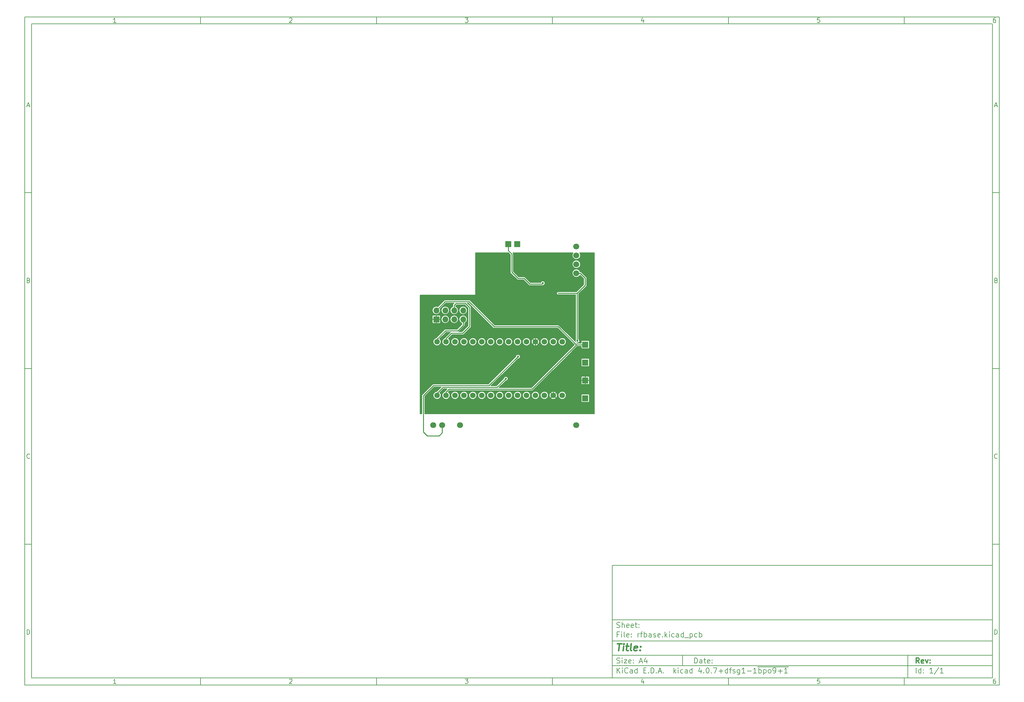
<source format=gbr>
G04 #@! TF.FileFunction,Copper,L2,Bot,Signal*
%FSLAX46Y46*%
G04 Gerber Fmt 4.6, Leading zero omitted, Abs format (unit mm)*
G04 Created by KiCad (PCBNEW 4.0.7+dfsg1-1~bpo9+1) date Fri Jan  5 13:38:06 2018*
%MOMM*%
%LPD*%
G01*
G04 APERTURE LIST*
%ADD10C,0.100000*%
%ADD11C,0.150000*%
%ADD12C,0.300000*%
%ADD13C,0.400000*%
%ADD14C,1.574800*%
%ADD15R,1.700000X1.700000*%
%ADD16O,1.700000X1.700000*%
%ADD17C,1.700000*%
%ADD18C,0.600000*%
%ADD19C,0.250000*%
%ADD20C,0.200000*%
G04 APERTURE END LIST*
D10*
D11*
X177002200Y-166007200D02*
X177002200Y-198007200D01*
X285002200Y-198007200D01*
X285002200Y-166007200D01*
X177002200Y-166007200D01*
D10*
D11*
X10000000Y-10000000D02*
X10000000Y-200007200D01*
X287002200Y-200007200D01*
X287002200Y-10000000D01*
X10000000Y-10000000D01*
D10*
D11*
X12000000Y-12000000D02*
X12000000Y-198007200D01*
X285002200Y-198007200D01*
X285002200Y-12000000D01*
X12000000Y-12000000D01*
D10*
D11*
X60000000Y-12000000D02*
X60000000Y-10000000D01*
D10*
D11*
X110000000Y-12000000D02*
X110000000Y-10000000D01*
D10*
D11*
X160000000Y-12000000D02*
X160000000Y-10000000D01*
D10*
D11*
X210000000Y-12000000D02*
X210000000Y-10000000D01*
D10*
D11*
X260000000Y-12000000D02*
X260000000Y-10000000D01*
D10*
D11*
X35990476Y-11588095D02*
X35247619Y-11588095D01*
X35619048Y-11588095D02*
X35619048Y-10288095D01*
X35495238Y-10473810D01*
X35371429Y-10597619D01*
X35247619Y-10659524D01*
D10*
D11*
X85247619Y-10411905D02*
X85309524Y-10350000D01*
X85433333Y-10288095D01*
X85742857Y-10288095D01*
X85866667Y-10350000D01*
X85928571Y-10411905D01*
X85990476Y-10535714D01*
X85990476Y-10659524D01*
X85928571Y-10845238D01*
X85185714Y-11588095D01*
X85990476Y-11588095D01*
D10*
D11*
X135185714Y-10288095D02*
X135990476Y-10288095D01*
X135557143Y-10783333D01*
X135742857Y-10783333D01*
X135866667Y-10845238D01*
X135928571Y-10907143D01*
X135990476Y-11030952D01*
X135990476Y-11340476D01*
X135928571Y-11464286D01*
X135866667Y-11526190D01*
X135742857Y-11588095D01*
X135371429Y-11588095D01*
X135247619Y-11526190D01*
X135185714Y-11464286D01*
D10*
D11*
X185866667Y-10721429D02*
X185866667Y-11588095D01*
X185557143Y-10226190D02*
X185247619Y-11154762D01*
X186052381Y-11154762D01*
D10*
D11*
X235928571Y-10288095D02*
X235309524Y-10288095D01*
X235247619Y-10907143D01*
X235309524Y-10845238D01*
X235433333Y-10783333D01*
X235742857Y-10783333D01*
X235866667Y-10845238D01*
X235928571Y-10907143D01*
X235990476Y-11030952D01*
X235990476Y-11340476D01*
X235928571Y-11464286D01*
X235866667Y-11526190D01*
X235742857Y-11588095D01*
X235433333Y-11588095D01*
X235309524Y-11526190D01*
X235247619Y-11464286D01*
D10*
D11*
X285866667Y-10288095D02*
X285619048Y-10288095D01*
X285495238Y-10350000D01*
X285433333Y-10411905D01*
X285309524Y-10597619D01*
X285247619Y-10845238D01*
X285247619Y-11340476D01*
X285309524Y-11464286D01*
X285371429Y-11526190D01*
X285495238Y-11588095D01*
X285742857Y-11588095D01*
X285866667Y-11526190D01*
X285928571Y-11464286D01*
X285990476Y-11340476D01*
X285990476Y-11030952D01*
X285928571Y-10907143D01*
X285866667Y-10845238D01*
X285742857Y-10783333D01*
X285495238Y-10783333D01*
X285371429Y-10845238D01*
X285309524Y-10907143D01*
X285247619Y-11030952D01*
D10*
D11*
X60000000Y-198007200D02*
X60000000Y-200007200D01*
D10*
D11*
X110000000Y-198007200D02*
X110000000Y-200007200D01*
D10*
D11*
X160000000Y-198007200D02*
X160000000Y-200007200D01*
D10*
D11*
X210000000Y-198007200D02*
X210000000Y-200007200D01*
D10*
D11*
X260000000Y-198007200D02*
X260000000Y-200007200D01*
D10*
D11*
X35990476Y-199595295D02*
X35247619Y-199595295D01*
X35619048Y-199595295D02*
X35619048Y-198295295D01*
X35495238Y-198481010D01*
X35371429Y-198604819D01*
X35247619Y-198666724D01*
D10*
D11*
X85247619Y-198419105D02*
X85309524Y-198357200D01*
X85433333Y-198295295D01*
X85742857Y-198295295D01*
X85866667Y-198357200D01*
X85928571Y-198419105D01*
X85990476Y-198542914D01*
X85990476Y-198666724D01*
X85928571Y-198852438D01*
X85185714Y-199595295D01*
X85990476Y-199595295D01*
D10*
D11*
X135185714Y-198295295D02*
X135990476Y-198295295D01*
X135557143Y-198790533D01*
X135742857Y-198790533D01*
X135866667Y-198852438D01*
X135928571Y-198914343D01*
X135990476Y-199038152D01*
X135990476Y-199347676D01*
X135928571Y-199471486D01*
X135866667Y-199533390D01*
X135742857Y-199595295D01*
X135371429Y-199595295D01*
X135247619Y-199533390D01*
X135185714Y-199471486D01*
D10*
D11*
X185866667Y-198728629D02*
X185866667Y-199595295D01*
X185557143Y-198233390D02*
X185247619Y-199161962D01*
X186052381Y-199161962D01*
D10*
D11*
X235928571Y-198295295D02*
X235309524Y-198295295D01*
X235247619Y-198914343D01*
X235309524Y-198852438D01*
X235433333Y-198790533D01*
X235742857Y-198790533D01*
X235866667Y-198852438D01*
X235928571Y-198914343D01*
X235990476Y-199038152D01*
X235990476Y-199347676D01*
X235928571Y-199471486D01*
X235866667Y-199533390D01*
X235742857Y-199595295D01*
X235433333Y-199595295D01*
X235309524Y-199533390D01*
X235247619Y-199471486D01*
D10*
D11*
X285866667Y-198295295D02*
X285619048Y-198295295D01*
X285495238Y-198357200D01*
X285433333Y-198419105D01*
X285309524Y-198604819D01*
X285247619Y-198852438D01*
X285247619Y-199347676D01*
X285309524Y-199471486D01*
X285371429Y-199533390D01*
X285495238Y-199595295D01*
X285742857Y-199595295D01*
X285866667Y-199533390D01*
X285928571Y-199471486D01*
X285990476Y-199347676D01*
X285990476Y-199038152D01*
X285928571Y-198914343D01*
X285866667Y-198852438D01*
X285742857Y-198790533D01*
X285495238Y-198790533D01*
X285371429Y-198852438D01*
X285309524Y-198914343D01*
X285247619Y-199038152D01*
D10*
D11*
X10000000Y-60000000D02*
X12000000Y-60000000D01*
D10*
D11*
X10000000Y-110000000D02*
X12000000Y-110000000D01*
D10*
D11*
X10000000Y-160000000D02*
X12000000Y-160000000D01*
D10*
D11*
X10690476Y-35216667D02*
X11309524Y-35216667D01*
X10566667Y-35588095D02*
X11000000Y-34288095D01*
X11433333Y-35588095D01*
D10*
D11*
X11092857Y-84907143D02*
X11278571Y-84969048D01*
X11340476Y-85030952D01*
X11402381Y-85154762D01*
X11402381Y-85340476D01*
X11340476Y-85464286D01*
X11278571Y-85526190D01*
X11154762Y-85588095D01*
X10659524Y-85588095D01*
X10659524Y-84288095D01*
X11092857Y-84288095D01*
X11216667Y-84350000D01*
X11278571Y-84411905D01*
X11340476Y-84535714D01*
X11340476Y-84659524D01*
X11278571Y-84783333D01*
X11216667Y-84845238D01*
X11092857Y-84907143D01*
X10659524Y-84907143D01*
D10*
D11*
X11402381Y-135464286D02*
X11340476Y-135526190D01*
X11154762Y-135588095D01*
X11030952Y-135588095D01*
X10845238Y-135526190D01*
X10721429Y-135402381D01*
X10659524Y-135278571D01*
X10597619Y-135030952D01*
X10597619Y-134845238D01*
X10659524Y-134597619D01*
X10721429Y-134473810D01*
X10845238Y-134350000D01*
X11030952Y-134288095D01*
X11154762Y-134288095D01*
X11340476Y-134350000D01*
X11402381Y-134411905D01*
D10*
D11*
X10659524Y-185588095D02*
X10659524Y-184288095D01*
X10969048Y-184288095D01*
X11154762Y-184350000D01*
X11278571Y-184473810D01*
X11340476Y-184597619D01*
X11402381Y-184845238D01*
X11402381Y-185030952D01*
X11340476Y-185278571D01*
X11278571Y-185402381D01*
X11154762Y-185526190D01*
X10969048Y-185588095D01*
X10659524Y-185588095D01*
D10*
D11*
X287002200Y-60000000D02*
X285002200Y-60000000D01*
D10*
D11*
X287002200Y-110000000D02*
X285002200Y-110000000D01*
D10*
D11*
X287002200Y-160000000D02*
X285002200Y-160000000D01*
D10*
D11*
X285692676Y-35216667D02*
X286311724Y-35216667D01*
X285568867Y-35588095D02*
X286002200Y-34288095D01*
X286435533Y-35588095D01*
D10*
D11*
X286095057Y-84907143D02*
X286280771Y-84969048D01*
X286342676Y-85030952D01*
X286404581Y-85154762D01*
X286404581Y-85340476D01*
X286342676Y-85464286D01*
X286280771Y-85526190D01*
X286156962Y-85588095D01*
X285661724Y-85588095D01*
X285661724Y-84288095D01*
X286095057Y-84288095D01*
X286218867Y-84350000D01*
X286280771Y-84411905D01*
X286342676Y-84535714D01*
X286342676Y-84659524D01*
X286280771Y-84783333D01*
X286218867Y-84845238D01*
X286095057Y-84907143D01*
X285661724Y-84907143D01*
D10*
D11*
X286404581Y-135464286D02*
X286342676Y-135526190D01*
X286156962Y-135588095D01*
X286033152Y-135588095D01*
X285847438Y-135526190D01*
X285723629Y-135402381D01*
X285661724Y-135278571D01*
X285599819Y-135030952D01*
X285599819Y-134845238D01*
X285661724Y-134597619D01*
X285723629Y-134473810D01*
X285847438Y-134350000D01*
X286033152Y-134288095D01*
X286156962Y-134288095D01*
X286342676Y-134350000D01*
X286404581Y-134411905D01*
D10*
D11*
X285661724Y-185588095D02*
X285661724Y-184288095D01*
X285971248Y-184288095D01*
X286156962Y-184350000D01*
X286280771Y-184473810D01*
X286342676Y-184597619D01*
X286404581Y-184845238D01*
X286404581Y-185030952D01*
X286342676Y-185278571D01*
X286280771Y-185402381D01*
X286156962Y-185526190D01*
X285971248Y-185588095D01*
X285661724Y-185588095D01*
D10*
D11*
X200359343Y-193785771D02*
X200359343Y-192285771D01*
X200716486Y-192285771D01*
X200930771Y-192357200D01*
X201073629Y-192500057D01*
X201145057Y-192642914D01*
X201216486Y-192928629D01*
X201216486Y-193142914D01*
X201145057Y-193428629D01*
X201073629Y-193571486D01*
X200930771Y-193714343D01*
X200716486Y-193785771D01*
X200359343Y-193785771D01*
X202502200Y-193785771D02*
X202502200Y-193000057D01*
X202430771Y-192857200D01*
X202287914Y-192785771D01*
X202002200Y-192785771D01*
X201859343Y-192857200D01*
X202502200Y-193714343D02*
X202359343Y-193785771D01*
X202002200Y-193785771D01*
X201859343Y-193714343D01*
X201787914Y-193571486D01*
X201787914Y-193428629D01*
X201859343Y-193285771D01*
X202002200Y-193214343D01*
X202359343Y-193214343D01*
X202502200Y-193142914D01*
X203002200Y-192785771D02*
X203573629Y-192785771D01*
X203216486Y-192285771D02*
X203216486Y-193571486D01*
X203287914Y-193714343D01*
X203430772Y-193785771D01*
X203573629Y-193785771D01*
X204645057Y-193714343D02*
X204502200Y-193785771D01*
X204216486Y-193785771D01*
X204073629Y-193714343D01*
X204002200Y-193571486D01*
X204002200Y-193000057D01*
X204073629Y-192857200D01*
X204216486Y-192785771D01*
X204502200Y-192785771D01*
X204645057Y-192857200D01*
X204716486Y-193000057D01*
X204716486Y-193142914D01*
X204002200Y-193285771D01*
X205359343Y-193642914D02*
X205430771Y-193714343D01*
X205359343Y-193785771D01*
X205287914Y-193714343D01*
X205359343Y-193642914D01*
X205359343Y-193785771D01*
X205359343Y-192857200D02*
X205430771Y-192928629D01*
X205359343Y-193000057D01*
X205287914Y-192928629D01*
X205359343Y-192857200D01*
X205359343Y-193000057D01*
D10*
D11*
X177002200Y-194507200D02*
X285002200Y-194507200D01*
D10*
D11*
X178359343Y-196585771D02*
X178359343Y-195085771D01*
X179216486Y-196585771D02*
X178573629Y-195728629D01*
X179216486Y-195085771D02*
X178359343Y-195942914D01*
X179859343Y-196585771D02*
X179859343Y-195585771D01*
X179859343Y-195085771D02*
X179787914Y-195157200D01*
X179859343Y-195228629D01*
X179930771Y-195157200D01*
X179859343Y-195085771D01*
X179859343Y-195228629D01*
X181430772Y-196442914D02*
X181359343Y-196514343D01*
X181145057Y-196585771D01*
X181002200Y-196585771D01*
X180787915Y-196514343D01*
X180645057Y-196371486D01*
X180573629Y-196228629D01*
X180502200Y-195942914D01*
X180502200Y-195728629D01*
X180573629Y-195442914D01*
X180645057Y-195300057D01*
X180787915Y-195157200D01*
X181002200Y-195085771D01*
X181145057Y-195085771D01*
X181359343Y-195157200D01*
X181430772Y-195228629D01*
X182716486Y-196585771D02*
X182716486Y-195800057D01*
X182645057Y-195657200D01*
X182502200Y-195585771D01*
X182216486Y-195585771D01*
X182073629Y-195657200D01*
X182716486Y-196514343D02*
X182573629Y-196585771D01*
X182216486Y-196585771D01*
X182073629Y-196514343D01*
X182002200Y-196371486D01*
X182002200Y-196228629D01*
X182073629Y-196085771D01*
X182216486Y-196014343D01*
X182573629Y-196014343D01*
X182716486Y-195942914D01*
X184073629Y-196585771D02*
X184073629Y-195085771D01*
X184073629Y-196514343D02*
X183930772Y-196585771D01*
X183645058Y-196585771D01*
X183502200Y-196514343D01*
X183430772Y-196442914D01*
X183359343Y-196300057D01*
X183359343Y-195871486D01*
X183430772Y-195728629D01*
X183502200Y-195657200D01*
X183645058Y-195585771D01*
X183930772Y-195585771D01*
X184073629Y-195657200D01*
X185930772Y-195800057D02*
X186430772Y-195800057D01*
X186645058Y-196585771D02*
X185930772Y-196585771D01*
X185930772Y-195085771D01*
X186645058Y-195085771D01*
X187287915Y-196442914D02*
X187359343Y-196514343D01*
X187287915Y-196585771D01*
X187216486Y-196514343D01*
X187287915Y-196442914D01*
X187287915Y-196585771D01*
X188002201Y-196585771D02*
X188002201Y-195085771D01*
X188359344Y-195085771D01*
X188573629Y-195157200D01*
X188716487Y-195300057D01*
X188787915Y-195442914D01*
X188859344Y-195728629D01*
X188859344Y-195942914D01*
X188787915Y-196228629D01*
X188716487Y-196371486D01*
X188573629Y-196514343D01*
X188359344Y-196585771D01*
X188002201Y-196585771D01*
X189502201Y-196442914D02*
X189573629Y-196514343D01*
X189502201Y-196585771D01*
X189430772Y-196514343D01*
X189502201Y-196442914D01*
X189502201Y-196585771D01*
X190145058Y-196157200D02*
X190859344Y-196157200D01*
X190002201Y-196585771D02*
X190502201Y-195085771D01*
X191002201Y-196585771D01*
X191502201Y-196442914D02*
X191573629Y-196514343D01*
X191502201Y-196585771D01*
X191430772Y-196514343D01*
X191502201Y-196442914D01*
X191502201Y-196585771D01*
X194502201Y-196585771D02*
X194502201Y-195085771D01*
X194645058Y-196014343D02*
X195073629Y-196585771D01*
X195073629Y-195585771D02*
X194502201Y-196157200D01*
X195716487Y-196585771D02*
X195716487Y-195585771D01*
X195716487Y-195085771D02*
X195645058Y-195157200D01*
X195716487Y-195228629D01*
X195787915Y-195157200D01*
X195716487Y-195085771D01*
X195716487Y-195228629D01*
X197073630Y-196514343D02*
X196930773Y-196585771D01*
X196645059Y-196585771D01*
X196502201Y-196514343D01*
X196430773Y-196442914D01*
X196359344Y-196300057D01*
X196359344Y-195871486D01*
X196430773Y-195728629D01*
X196502201Y-195657200D01*
X196645059Y-195585771D01*
X196930773Y-195585771D01*
X197073630Y-195657200D01*
X198359344Y-196585771D02*
X198359344Y-195800057D01*
X198287915Y-195657200D01*
X198145058Y-195585771D01*
X197859344Y-195585771D01*
X197716487Y-195657200D01*
X198359344Y-196514343D02*
X198216487Y-196585771D01*
X197859344Y-196585771D01*
X197716487Y-196514343D01*
X197645058Y-196371486D01*
X197645058Y-196228629D01*
X197716487Y-196085771D01*
X197859344Y-196014343D01*
X198216487Y-196014343D01*
X198359344Y-195942914D01*
X199716487Y-196585771D02*
X199716487Y-195085771D01*
X199716487Y-196514343D02*
X199573630Y-196585771D01*
X199287916Y-196585771D01*
X199145058Y-196514343D01*
X199073630Y-196442914D01*
X199002201Y-196300057D01*
X199002201Y-195871486D01*
X199073630Y-195728629D01*
X199145058Y-195657200D01*
X199287916Y-195585771D01*
X199573630Y-195585771D01*
X199716487Y-195657200D01*
X202216487Y-195585771D02*
X202216487Y-196585771D01*
X201859344Y-195014343D02*
X201502201Y-196085771D01*
X202430773Y-196085771D01*
X203002201Y-196442914D02*
X203073629Y-196514343D01*
X203002201Y-196585771D01*
X202930772Y-196514343D01*
X203002201Y-196442914D01*
X203002201Y-196585771D01*
X204002201Y-195085771D02*
X204145058Y-195085771D01*
X204287915Y-195157200D01*
X204359344Y-195228629D01*
X204430773Y-195371486D01*
X204502201Y-195657200D01*
X204502201Y-196014343D01*
X204430773Y-196300057D01*
X204359344Y-196442914D01*
X204287915Y-196514343D01*
X204145058Y-196585771D01*
X204002201Y-196585771D01*
X203859344Y-196514343D01*
X203787915Y-196442914D01*
X203716487Y-196300057D01*
X203645058Y-196014343D01*
X203645058Y-195657200D01*
X203716487Y-195371486D01*
X203787915Y-195228629D01*
X203859344Y-195157200D01*
X204002201Y-195085771D01*
X205145058Y-196442914D02*
X205216486Y-196514343D01*
X205145058Y-196585771D01*
X205073629Y-196514343D01*
X205145058Y-196442914D01*
X205145058Y-196585771D01*
X205716487Y-195085771D02*
X206716487Y-195085771D01*
X206073630Y-196585771D01*
X207287915Y-196014343D02*
X208430772Y-196014343D01*
X207859343Y-196585771D02*
X207859343Y-195442914D01*
X209787915Y-196585771D02*
X209787915Y-195085771D01*
X209787915Y-196514343D02*
X209645058Y-196585771D01*
X209359344Y-196585771D01*
X209216486Y-196514343D01*
X209145058Y-196442914D01*
X209073629Y-196300057D01*
X209073629Y-195871486D01*
X209145058Y-195728629D01*
X209216486Y-195657200D01*
X209359344Y-195585771D01*
X209645058Y-195585771D01*
X209787915Y-195657200D01*
X210287915Y-195585771D02*
X210859344Y-195585771D01*
X210502201Y-196585771D02*
X210502201Y-195300057D01*
X210573629Y-195157200D01*
X210716487Y-195085771D01*
X210859344Y-195085771D01*
X211287915Y-196514343D02*
X211430772Y-196585771D01*
X211716487Y-196585771D01*
X211859344Y-196514343D01*
X211930772Y-196371486D01*
X211930772Y-196300057D01*
X211859344Y-196157200D01*
X211716487Y-196085771D01*
X211502201Y-196085771D01*
X211359344Y-196014343D01*
X211287915Y-195871486D01*
X211287915Y-195800057D01*
X211359344Y-195657200D01*
X211502201Y-195585771D01*
X211716487Y-195585771D01*
X211859344Y-195657200D01*
X213216487Y-195585771D02*
X213216487Y-196800057D01*
X213145058Y-196942914D01*
X213073630Y-197014343D01*
X212930773Y-197085771D01*
X212716487Y-197085771D01*
X212573630Y-197014343D01*
X213216487Y-196514343D02*
X213073630Y-196585771D01*
X212787916Y-196585771D01*
X212645058Y-196514343D01*
X212573630Y-196442914D01*
X212502201Y-196300057D01*
X212502201Y-195871486D01*
X212573630Y-195728629D01*
X212645058Y-195657200D01*
X212787916Y-195585771D01*
X213073630Y-195585771D01*
X213216487Y-195657200D01*
X214716487Y-196585771D02*
X213859344Y-196585771D01*
X214287916Y-196585771D02*
X214287916Y-195085771D01*
X214145059Y-195300057D01*
X214002201Y-195442914D01*
X213859344Y-195514343D01*
X215359344Y-196014343D02*
X216502201Y-196014343D01*
X218002201Y-196585771D02*
X217145058Y-196585771D01*
X217573630Y-196585771D02*
X217573630Y-195085771D01*
X217430773Y-195300057D01*
X217287915Y-195442914D01*
X217145058Y-195514343D01*
X218645058Y-196585771D02*
X218645058Y-195085771D01*
X218645058Y-195657200D02*
X218787915Y-195585771D01*
X219073629Y-195585771D01*
X219216486Y-195657200D01*
X219287915Y-195728629D01*
X219359344Y-195871486D01*
X219359344Y-196300057D01*
X219287915Y-196442914D01*
X219216486Y-196514343D01*
X219073629Y-196585771D01*
X218787915Y-196585771D01*
X218645058Y-196514343D01*
X220002201Y-195585771D02*
X220002201Y-197085771D01*
X220002201Y-195657200D02*
X220145058Y-195585771D01*
X220430772Y-195585771D01*
X220573629Y-195657200D01*
X220645058Y-195728629D01*
X220716487Y-195871486D01*
X220716487Y-196300057D01*
X220645058Y-196442914D01*
X220573629Y-196514343D01*
X220430772Y-196585771D01*
X220145058Y-196585771D01*
X220002201Y-196514343D01*
X221573630Y-196585771D02*
X221430772Y-196514343D01*
X221359344Y-196442914D01*
X221287915Y-196300057D01*
X221287915Y-195871486D01*
X221359344Y-195728629D01*
X221430772Y-195657200D01*
X221573630Y-195585771D01*
X221787915Y-195585771D01*
X221930772Y-195657200D01*
X222002201Y-195728629D01*
X222073630Y-195871486D01*
X222073630Y-196300057D01*
X222002201Y-196442914D01*
X221930772Y-196514343D01*
X221787915Y-196585771D01*
X221573630Y-196585771D01*
X222787915Y-196585771D02*
X223073630Y-196585771D01*
X223216487Y-196514343D01*
X223287915Y-196442914D01*
X223430773Y-196228629D01*
X223502201Y-195942914D01*
X223502201Y-195371486D01*
X223430773Y-195228629D01*
X223359344Y-195157200D01*
X223216487Y-195085771D01*
X222930773Y-195085771D01*
X222787915Y-195157200D01*
X222716487Y-195228629D01*
X222645058Y-195371486D01*
X222645058Y-195728629D01*
X222716487Y-195871486D01*
X222787915Y-195942914D01*
X222930773Y-196014343D01*
X223216487Y-196014343D01*
X223359344Y-195942914D01*
X223430773Y-195871486D01*
X223502201Y-195728629D01*
X224145058Y-196014343D02*
X225287915Y-196014343D01*
X224716486Y-196585771D02*
X224716486Y-195442914D01*
X226787915Y-196585771D02*
X225930772Y-196585771D01*
X226359344Y-196585771D02*
X226359344Y-195085771D01*
X226216487Y-195300057D01*
X226073629Y-195442914D01*
X225930772Y-195514343D01*
X218287915Y-194827200D02*
X227073629Y-194827200D01*
D10*
D11*
X177002200Y-191507200D02*
X285002200Y-191507200D01*
D10*
D12*
X264216486Y-193785771D02*
X263716486Y-193071486D01*
X263359343Y-193785771D02*
X263359343Y-192285771D01*
X263930771Y-192285771D01*
X264073629Y-192357200D01*
X264145057Y-192428629D01*
X264216486Y-192571486D01*
X264216486Y-192785771D01*
X264145057Y-192928629D01*
X264073629Y-193000057D01*
X263930771Y-193071486D01*
X263359343Y-193071486D01*
X265430771Y-193714343D02*
X265287914Y-193785771D01*
X265002200Y-193785771D01*
X264859343Y-193714343D01*
X264787914Y-193571486D01*
X264787914Y-193000057D01*
X264859343Y-192857200D01*
X265002200Y-192785771D01*
X265287914Y-192785771D01*
X265430771Y-192857200D01*
X265502200Y-193000057D01*
X265502200Y-193142914D01*
X264787914Y-193285771D01*
X266002200Y-192785771D02*
X266359343Y-193785771D01*
X266716485Y-192785771D01*
X267287914Y-193642914D02*
X267359342Y-193714343D01*
X267287914Y-193785771D01*
X267216485Y-193714343D01*
X267287914Y-193642914D01*
X267287914Y-193785771D01*
X267287914Y-192857200D02*
X267359342Y-192928629D01*
X267287914Y-193000057D01*
X267216485Y-192928629D01*
X267287914Y-192857200D01*
X267287914Y-193000057D01*
D10*
D11*
X178287914Y-193714343D02*
X178502200Y-193785771D01*
X178859343Y-193785771D01*
X179002200Y-193714343D01*
X179073629Y-193642914D01*
X179145057Y-193500057D01*
X179145057Y-193357200D01*
X179073629Y-193214343D01*
X179002200Y-193142914D01*
X178859343Y-193071486D01*
X178573629Y-193000057D01*
X178430771Y-192928629D01*
X178359343Y-192857200D01*
X178287914Y-192714343D01*
X178287914Y-192571486D01*
X178359343Y-192428629D01*
X178430771Y-192357200D01*
X178573629Y-192285771D01*
X178930771Y-192285771D01*
X179145057Y-192357200D01*
X179787914Y-193785771D02*
X179787914Y-192785771D01*
X179787914Y-192285771D02*
X179716485Y-192357200D01*
X179787914Y-192428629D01*
X179859342Y-192357200D01*
X179787914Y-192285771D01*
X179787914Y-192428629D01*
X180359343Y-192785771D02*
X181145057Y-192785771D01*
X180359343Y-193785771D01*
X181145057Y-193785771D01*
X182287914Y-193714343D02*
X182145057Y-193785771D01*
X181859343Y-193785771D01*
X181716486Y-193714343D01*
X181645057Y-193571486D01*
X181645057Y-193000057D01*
X181716486Y-192857200D01*
X181859343Y-192785771D01*
X182145057Y-192785771D01*
X182287914Y-192857200D01*
X182359343Y-193000057D01*
X182359343Y-193142914D01*
X181645057Y-193285771D01*
X183002200Y-193642914D02*
X183073628Y-193714343D01*
X183002200Y-193785771D01*
X182930771Y-193714343D01*
X183002200Y-193642914D01*
X183002200Y-193785771D01*
X183002200Y-192857200D02*
X183073628Y-192928629D01*
X183002200Y-193000057D01*
X182930771Y-192928629D01*
X183002200Y-192857200D01*
X183002200Y-193000057D01*
X184787914Y-193357200D02*
X185502200Y-193357200D01*
X184645057Y-193785771D02*
X185145057Y-192285771D01*
X185645057Y-193785771D01*
X186787914Y-192785771D02*
X186787914Y-193785771D01*
X186430771Y-192214343D02*
X186073628Y-193285771D01*
X187002200Y-193285771D01*
D10*
D11*
X263359343Y-196585771D02*
X263359343Y-195085771D01*
X264716486Y-196585771D02*
X264716486Y-195085771D01*
X264716486Y-196514343D02*
X264573629Y-196585771D01*
X264287915Y-196585771D01*
X264145057Y-196514343D01*
X264073629Y-196442914D01*
X264002200Y-196300057D01*
X264002200Y-195871486D01*
X264073629Y-195728629D01*
X264145057Y-195657200D01*
X264287915Y-195585771D01*
X264573629Y-195585771D01*
X264716486Y-195657200D01*
X265430772Y-196442914D02*
X265502200Y-196514343D01*
X265430772Y-196585771D01*
X265359343Y-196514343D01*
X265430772Y-196442914D01*
X265430772Y-196585771D01*
X265430772Y-195657200D02*
X265502200Y-195728629D01*
X265430772Y-195800057D01*
X265359343Y-195728629D01*
X265430772Y-195657200D01*
X265430772Y-195800057D01*
X268073629Y-196585771D02*
X267216486Y-196585771D01*
X267645058Y-196585771D02*
X267645058Y-195085771D01*
X267502201Y-195300057D01*
X267359343Y-195442914D01*
X267216486Y-195514343D01*
X269787914Y-195014343D02*
X268502200Y-196942914D01*
X271073629Y-196585771D02*
X270216486Y-196585771D01*
X270645058Y-196585771D02*
X270645058Y-195085771D01*
X270502201Y-195300057D01*
X270359343Y-195442914D01*
X270216486Y-195514343D01*
D10*
D11*
X177002200Y-187507200D02*
X285002200Y-187507200D01*
D10*
D13*
X178454581Y-188211962D02*
X179597438Y-188211962D01*
X178776010Y-190211962D02*
X179026010Y-188211962D01*
X180014105Y-190211962D02*
X180180771Y-188878629D01*
X180264105Y-188211962D02*
X180156962Y-188307200D01*
X180240295Y-188402438D01*
X180347439Y-188307200D01*
X180264105Y-188211962D01*
X180240295Y-188402438D01*
X180847438Y-188878629D02*
X181609343Y-188878629D01*
X181216486Y-188211962D02*
X181002200Y-189926248D01*
X181073630Y-190116724D01*
X181252201Y-190211962D01*
X181442677Y-190211962D01*
X182395058Y-190211962D02*
X182216487Y-190116724D01*
X182145057Y-189926248D01*
X182359343Y-188211962D01*
X183930772Y-190116724D02*
X183728391Y-190211962D01*
X183347439Y-190211962D01*
X183168867Y-190116724D01*
X183097438Y-189926248D01*
X183192676Y-189164343D01*
X183311724Y-188973867D01*
X183514105Y-188878629D01*
X183895057Y-188878629D01*
X184073629Y-188973867D01*
X184145057Y-189164343D01*
X184121248Y-189354819D01*
X183145057Y-189545295D01*
X184895057Y-190021486D02*
X184978392Y-190116724D01*
X184871248Y-190211962D01*
X184787915Y-190116724D01*
X184895057Y-190021486D01*
X184871248Y-190211962D01*
X185026010Y-188973867D02*
X185109344Y-189069105D01*
X185002200Y-189164343D01*
X184918867Y-189069105D01*
X185026010Y-188973867D01*
X185002200Y-189164343D01*
D10*
D11*
X178859343Y-185600057D02*
X178359343Y-185600057D01*
X178359343Y-186385771D02*
X178359343Y-184885771D01*
X179073629Y-184885771D01*
X179645057Y-186385771D02*
X179645057Y-185385771D01*
X179645057Y-184885771D02*
X179573628Y-184957200D01*
X179645057Y-185028629D01*
X179716485Y-184957200D01*
X179645057Y-184885771D01*
X179645057Y-185028629D01*
X180573629Y-186385771D02*
X180430771Y-186314343D01*
X180359343Y-186171486D01*
X180359343Y-184885771D01*
X181716485Y-186314343D02*
X181573628Y-186385771D01*
X181287914Y-186385771D01*
X181145057Y-186314343D01*
X181073628Y-186171486D01*
X181073628Y-185600057D01*
X181145057Y-185457200D01*
X181287914Y-185385771D01*
X181573628Y-185385771D01*
X181716485Y-185457200D01*
X181787914Y-185600057D01*
X181787914Y-185742914D01*
X181073628Y-185885771D01*
X182430771Y-186242914D02*
X182502199Y-186314343D01*
X182430771Y-186385771D01*
X182359342Y-186314343D01*
X182430771Y-186242914D01*
X182430771Y-186385771D01*
X182430771Y-185457200D02*
X182502199Y-185528629D01*
X182430771Y-185600057D01*
X182359342Y-185528629D01*
X182430771Y-185457200D01*
X182430771Y-185600057D01*
X184287914Y-186385771D02*
X184287914Y-185385771D01*
X184287914Y-185671486D02*
X184359342Y-185528629D01*
X184430771Y-185457200D01*
X184573628Y-185385771D01*
X184716485Y-185385771D01*
X185002199Y-185385771D02*
X185573628Y-185385771D01*
X185216485Y-186385771D02*
X185216485Y-185100057D01*
X185287913Y-184957200D01*
X185430771Y-184885771D01*
X185573628Y-184885771D01*
X186073628Y-186385771D02*
X186073628Y-184885771D01*
X186073628Y-185457200D02*
X186216485Y-185385771D01*
X186502199Y-185385771D01*
X186645056Y-185457200D01*
X186716485Y-185528629D01*
X186787914Y-185671486D01*
X186787914Y-186100057D01*
X186716485Y-186242914D01*
X186645056Y-186314343D01*
X186502199Y-186385771D01*
X186216485Y-186385771D01*
X186073628Y-186314343D01*
X188073628Y-186385771D02*
X188073628Y-185600057D01*
X188002199Y-185457200D01*
X187859342Y-185385771D01*
X187573628Y-185385771D01*
X187430771Y-185457200D01*
X188073628Y-186314343D02*
X187930771Y-186385771D01*
X187573628Y-186385771D01*
X187430771Y-186314343D01*
X187359342Y-186171486D01*
X187359342Y-186028629D01*
X187430771Y-185885771D01*
X187573628Y-185814343D01*
X187930771Y-185814343D01*
X188073628Y-185742914D01*
X188716485Y-186314343D02*
X188859342Y-186385771D01*
X189145057Y-186385771D01*
X189287914Y-186314343D01*
X189359342Y-186171486D01*
X189359342Y-186100057D01*
X189287914Y-185957200D01*
X189145057Y-185885771D01*
X188930771Y-185885771D01*
X188787914Y-185814343D01*
X188716485Y-185671486D01*
X188716485Y-185600057D01*
X188787914Y-185457200D01*
X188930771Y-185385771D01*
X189145057Y-185385771D01*
X189287914Y-185457200D01*
X190573628Y-186314343D02*
X190430771Y-186385771D01*
X190145057Y-186385771D01*
X190002200Y-186314343D01*
X189930771Y-186171486D01*
X189930771Y-185600057D01*
X190002200Y-185457200D01*
X190145057Y-185385771D01*
X190430771Y-185385771D01*
X190573628Y-185457200D01*
X190645057Y-185600057D01*
X190645057Y-185742914D01*
X189930771Y-185885771D01*
X191287914Y-186242914D02*
X191359342Y-186314343D01*
X191287914Y-186385771D01*
X191216485Y-186314343D01*
X191287914Y-186242914D01*
X191287914Y-186385771D01*
X192002200Y-186385771D02*
X192002200Y-184885771D01*
X192145057Y-185814343D02*
X192573628Y-186385771D01*
X192573628Y-185385771D02*
X192002200Y-185957200D01*
X193216486Y-186385771D02*
X193216486Y-185385771D01*
X193216486Y-184885771D02*
X193145057Y-184957200D01*
X193216486Y-185028629D01*
X193287914Y-184957200D01*
X193216486Y-184885771D01*
X193216486Y-185028629D01*
X194573629Y-186314343D02*
X194430772Y-186385771D01*
X194145058Y-186385771D01*
X194002200Y-186314343D01*
X193930772Y-186242914D01*
X193859343Y-186100057D01*
X193859343Y-185671486D01*
X193930772Y-185528629D01*
X194002200Y-185457200D01*
X194145058Y-185385771D01*
X194430772Y-185385771D01*
X194573629Y-185457200D01*
X195859343Y-186385771D02*
X195859343Y-185600057D01*
X195787914Y-185457200D01*
X195645057Y-185385771D01*
X195359343Y-185385771D01*
X195216486Y-185457200D01*
X195859343Y-186314343D02*
X195716486Y-186385771D01*
X195359343Y-186385771D01*
X195216486Y-186314343D01*
X195145057Y-186171486D01*
X195145057Y-186028629D01*
X195216486Y-185885771D01*
X195359343Y-185814343D01*
X195716486Y-185814343D01*
X195859343Y-185742914D01*
X197216486Y-186385771D02*
X197216486Y-184885771D01*
X197216486Y-186314343D02*
X197073629Y-186385771D01*
X196787915Y-186385771D01*
X196645057Y-186314343D01*
X196573629Y-186242914D01*
X196502200Y-186100057D01*
X196502200Y-185671486D01*
X196573629Y-185528629D01*
X196645057Y-185457200D01*
X196787915Y-185385771D01*
X197073629Y-185385771D01*
X197216486Y-185457200D01*
X197573629Y-186528629D02*
X198716486Y-186528629D01*
X199073629Y-185385771D02*
X199073629Y-186885771D01*
X199073629Y-185457200D02*
X199216486Y-185385771D01*
X199502200Y-185385771D01*
X199645057Y-185457200D01*
X199716486Y-185528629D01*
X199787915Y-185671486D01*
X199787915Y-186100057D01*
X199716486Y-186242914D01*
X199645057Y-186314343D01*
X199502200Y-186385771D01*
X199216486Y-186385771D01*
X199073629Y-186314343D01*
X201073629Y-186314343D02*
X200930772Y-186385771D01*
X200645058Y-186385771D01*
X200502200Y-186314343D01*
X200430772Y-186242914D01*
X200359343Y-186100057D01*
X200359343Y-185671486D01*
X200430772Y-185528629D01*
X200502200Y-185457200D01*
X200645058Y-185385771D01*
X200930772Y-185385771D01*
X201073629Y-185457200D01*
X201716486Y-186385771D02*
X201716486Y-184885771D01*
X201716486Y-185457200D02*
X201859343Y-185385771D01*
X202145057Y-185385771D01*
X202287914Y-185457200D01*
X202359343Y-185528629D01*
X202430772Y-185671486D01*
X202430772Y-186100057D01*
X202359343Y-186242914D01*
X202287914Y-186314343D01*
X202145057Y-186385771D01*
X201859343Y-186385771D01*
X201716486Y-186314343D01*
D10*
D11*
X177002200Y-181507200D02*
X285002200Y-181507200D01*
D10*
D11*
X178287914Y-183614343D02*
X178502200Y-183685771D01*
X178859343Y-183685771D01*
X179002200Y-183614343D01*
X179073629Y-183542914D01*
X179145057Y-183400057D01*
X179145057Y-183257200D01*
X179073629Y-183114343D01*
X179002200Y-183042914D01*
X178859343Y-182971486D01*
X178573629Y-182900057D01*
X178430771Y-182828629D01*
X178359343Y-182757200D01*
X178287914Y-182614343D01*
X178287914Y-182471486D01*
X178359343Y-182328629D01*
X178430771Y-182257200D01*
X178573629Y-182185771D01*
X178930771Y-182185771D01*
X179145057Y-182257200D01*
X179787914Y-183685771D02*
X179787914Y-182185771D01*
X180430771Y-183685771D02*
X180430771Y-182900057D01*
X180359342Y-182757200D01*
X180216485Y-182685771D01*
X180002200Y-182685771D01*
X179859342Y-182757200D01*
X179787914Y-182828629D01*
X181716485Y-183614343D02*
X181573628Y-183685771D01*
X181287914Y-183685771D01*
X181145057Y-183614343D01*
X181073628Y-183471486D01*
X181073628Y-182900057D01*
X181145057Y-182757200D01*
X181287914Y-182685771D01*
X181573628Y-182685771D01*
X181716485Y-182757200D01*
X181787914Y-182900057D01*
X181787914Y-183042914D01*
X181073628Y-183185771D01*
X183002199Y-183614343D02*
X182859342Y-183685771D01*
X182573628Y-183685771D01*
X182430771Y-183614343D01*
X182359342Y-183471486D01*
X182359342Y-182900057D01*
X182430771Y-182757200D01*
X182573628Y-182685771D01*
X182859342Y-182685771D01*
X183002199Y-182757200D01*
X183073628Y-182900057D01*
X183073628Y-183042914D01*
X182359342Y-183185771D01*
X183502199Y-182685771D02*
X184073628Y-182685771D01*
X183716485Y-182185771D02*
X183716485Y-183471486D01*
X183787913Y-183614343D01*
X183930771Y-183685771D01*
X184073628Y-183685771D01*
X184573628Y-183542914D02*
X184645056Y-183614343D01*
X184573628Y-183685771D01*
X184502199Y-183614343D01*
X184573628Y-183542914D01*
X184573628Y-183685771D01*
X184573628Y-182757200D02*
X184645056Y-182828629D01*
X184573628Y-182900057D01*
X184502199Y-182828629D01*
X184573628Y-182757200D01*
X184573628Y-182900057D01*
D10*
D11*
X197002200Y-191507200D02*
X197002200Y-194507200D01*
D10*
D11*
X261002200Y-191507200D02*
X261002200Y-198007200D01*
D14*
X162780000Y-117620000D03*
X162780000Y-102380000D03*
X160240000Y-117620000D03*
X160240000Y-102380000D03*
X157700000Y-117620000D03*
X157700000Y-102380000D03*
X155160000Y-117620000D03*
X155160000Y-102380000D03*
X152620000Y-117620000D03*
X152620000Y-102380000D03*
X150080000Y-117620000D03*
X150080000Y-102380000D03*
X147540000Y-117620000D03*
X147540000Y-102380000D03*
X145000000Y-117620000D03*
X145000000Y-102380000D03*
X142460000Y-117620000D03*
X142460000Y-102380000D03*
X139920000Y-117620000D03*
X139920000Y-102380000D03*
X137380000Y-117620000D03*
X137380000Y-102380000D03*
X134840000Y-117620000D03*
X134840000Y-102380000D03*
X132300000Y-117620000D03*
X132300000Y-102380000D03*
X129760000Y-117620000D03*
X129760000Y-102380000D03*
X127220000Y-117620000D03*
X127220000Y-102380000D03*
D15*
X127000000Y-96000000D03*
D16*
X127000000Y-93460000D03*
X129540000Y-96000000D03*
X129540000Y-93460000D03*
X132080000Y-96000000D03*
X132080000Y-93460000D03*
X134620000Y-96000000D03*
X134620000Y-93460000D03*
D17*
X133760000Y-126080000D03*
X126140000Y-126080000D03*
X128680000Y-126080000D03*
X166780000Y-82900000D03*
X166780000Y-80360000D03*
X166780000Y-77820000D03*
D15*
X147460000Y-74580000D03*
X150000000Y-74580000D03*
X169320000Y-113380000D03*
X169320000Y-103220000D03*
X169320000Y-118460000D03*
X169320000Y-108300000D03*
D17*
X166780000Y-126080000D03*
X166780000Y-75280000D03*
D18*
X152302000Y-86650000D03*
X144684540Y-99501440D03*
X156863840Y-112181120D03*
X158062720Y-113400320D03*
X143691400Y-93822000D03*
X124527100Y-98965500D03*
X160079480Y-96595680D03*
X145200160Y-96565200D03*
X157250000Y-85750000D03*
X167092420Y-102155740D03*
X150188720Y-106598200D03*
X146724160Y-112856760D03*
D19*
X155160000Y-102380000D02*
X155160000Y-101203740D01*
X153457700Y-99501440D02*
X144684540Y-99501440D01*
X155160000Y-101203740D02*
X153457700Y-99501440D01*
X160240000Y-117620000D02*
X160240000Y-115577600D01*
X155160000Y-110477280D02*
X155160000Y-102380000D01*
X156863840Y-112181120D02*
X155160000Y-110477280D01*
X160240000Y-115577600D02*
X158062720Y-113400320D01*
X140071900Y-90202500D02*
X143691400Y-93822000D01*
X125898700Y-90202500D02*
X140071900Y-90202500D01*
X124374700Y-91726500D02*
X125898700Y-90202500D01*
X124374700Y-98813100D02*
X124374700Y-91726500D01*
X124527100Y-98965500D02*
X124374700Y-98813100D01*
X152302000Y-96595680D02*
X152302000Y-86650000D01*
X152302000Y-86650000D02*
X152302000Y-86638880D01*
X145230640Y-96595680D02*
X152302000Y-96595680D01*
X145200160Y-96565200D02*
X145230640Y-96595680D01*
X152302000Y-96595680D02*
X160079480Y-96595680D01*
X147460000Y-76460000D02*
X147460000Y-74580000D01*
X148450000Y-77450000D02*
X147460000Y-76460000D01*
X148450000Y-82600000D02*
X148450000Y-77450000D01*
X150200000Y-84350000D02*
X148450000Y-82600000D01*
X151900000Y-84350000D02*
X150200000Y-84350000D01*
X153550000Y-86000000D02*
X151900000Y-84350000D01*
X157000000Y-86000000D02*
X153550000Y-86000000D01*
X157250000Y-85750000D02*
X157000000Y-86000000D01*
X167023840Y-88609920D02*
X161593320Y-88609920D01*
X167917920Y-82900000D02*
X166780000Y-82900000D01*
X169320000Y-84302080D02*
X167917920Y-82900000D01*
X169320000Y-86313760D02*
X169320000Y-84302080D01*
X167023840Y-88609920D02*
X169320000Y-86313760D01*
X167023840Y-102087160D02*
X167023840Y-88609920D01*
X167092420Y-102155740D02*
X167023840Y-102087160D01*
X128680000Y-128226300D02*
X128680000Y-126080000D01*
X127765600Y-129140700D02*
X128680000Y-128226300D01*
X124412800Y-129140700D02*
X127765600Y-129140700D01*
X123307900Y-128035800D02*
X124412800Y-129140700D01*
X123307900Y-117720860D02*
X123307900Y-128035800D01*
X126160320Y-114868440D02*
X123307900Y-117720860D01*
X141918480Y-114868440D02*
X126160320Y-114868440D01*
X150188720Y-106598200D02*
X141918480Y-114868440D01*
X166868900Y-103220000D02*
X166759680Y-103220000D01*
X129508200Y-90951800D02*
X127000000Y-93460000D01*
X136274600Y-90951800D02*
X129508200Y-90951800D01*
X143427240Y-98104440D02*
X136274600Y-90951800D01*
X161644120Y-98104440D02*
X143427240Y-98104440D01*
X166759680Y-103220000D02*
X161644120Y-98104440D01*
X129760000Y-117620000D02*
X129760000Y-116706900D01*
X166856200Y-103220000D02*
X166868900Y-103220000D01*
X166868900Y-103220000D02*
X169320000Y-103220000D01*
X154232400Y-115843800D02*
X166856200Y-103220000D01*
X130623100Y-115843800D02*
X154232400Y-115843800D01*
X129760000Y-116706900D02*
X130623100Y-115843800D01*
X129760000Y-102380000D02*
X129760000Y-101489760D01*
X132080000Y-91961240D02*
X132080000Y-93460000D01*
X132586520Y-91454720D02*
X132080000Y-91961240D01*
X135268760Y-91454720D02*
X132586520Y-91454720D01*
X136442240Y-92628200D02*
X135268760Y-91454720D01*
X136442240Y-98020620D02*
X136442240Y-92628200D01*
X134514380Y-99948480D02*
X136442240Y-98020620D01*
X131301280Y-99948480D02*
X134514380Y-99948480D01*
X129760000Y-101489760D02*
X131301280Y-99948480D01*
X127220000Y-117620000D02*
X127220000Y-117049800D01*
X127220000Y-117049800D02*
X128928920Y-115340880D01*
X128928920Y-115340880D02*
X144240040Y-115340880D01*
X144240040Y-115340880D02*
X146724160Y-112856760D01*
X127220000Y-102380000D02*
X127220000Y-101626920D01*
X127220000Y-101626920D02*
X129624880Y-99222040D01*
X129624880Y-99222040D02*
X133089440Y-99222040D01*
X133089440Y-99222040D02*
X134620000Y-97691480D01*
X134620000Y-97691480D02*
X134620000Y-96000000D01*
D20*
G36*
X148025000Y-77626041D02*
X148025000Y-82600000D01*
X148051984Y-82735657D01*
X148057351Y-82762641D01*
X148149480Y-82900520D01*
X149899480Y-84650521D01*
X150037359Y-84742649D01*
X150200000Y-84775000D01*
X151723960Y-84775000D01*
X153249479Y-86300520D01*
X153323376Y-86349896D01*
X153387360Y-86392649D01*
X153550000Y-86425000D01*
X157000000Y-86425000D01*
X157135657Y-86398016D01*
X157162641Y-86392649D01*
X157226499Y-86349980D01*
X157368824Y-86350104D01*
X157589429Y-86258952D01*
X157758359Y-86090317D01*
X157849896Y-85869871D01*
X157850104Y-85631176D01*
X157758952Y-85410571D01*
X157590317Y-85241641D01*
X157369871Y-85150104D01*
X157131176Y-85149896D01*
X156910571Y-85241048D01*
X156741641Y-85409683D01*
X156672996Y-85575000D01*
X153726041Y-85575000D01*
X152200520Y-84049480D01*
X152062641Y-83957351D01*
X152035657Y-83951984D01*
X151900000Y-83925000D01*
X150376041Y-83925000D01*
X148875000Y-82423960D01*
X148875000Y-80587746D01*
X165629801Y-80587746D01*
X165804509Y-81010572D01*
X166127727Y-81334354D01*
X166550247Y-81509800D01*
X167007746Y-81510199D01*
X167430572Y-81335491D01*
X167754354Y-81012273D01*
X167929800Y-80589753D01*
X167930199Y-80132254D01*
X167755491Y-79709428D01*
X167432273Y-79385646D01*
X167009753Y-79210200D01*
X166552254Y-79209801D01*
X166129428Y-79384509D01*
X165805646Y-79707727D01*
X165630200Y-80130247D01*
X165629801Y-80587746D01*
X148875000Y-80587746D01*
X148875000Y-77450000D01*
X148842649Y-77287360D01*
X148763849Y-77169428D01*
X148750520Y-77149479D01*
X148701041Y-77100000D01*
X165873491Y-77100000D01*
X165805646Y-77167727D01*
X165630200Y-77590247D01*
X165629801Y-78047746D01*
X165804509Y-78470572D01*
X166127727Y-78794354D01*
X166550247Y-78969800D01*
X167007746Y-78970199D01*
X167430572Y-78795491D01*
X167754354Y-78472273D01*
X167929800Y-78049753D01*
X167930199Y-77592254D01*
X167755491Y-77169428D01*
X167686184Y-77100000D01*
X171900000Y-77100000D01*
X171900000Y-122900000D01*
X123732900Y-122900000D01*
X123732900Y-117896900D01*
X126336360Y-115293440D01*
X128375320Y-115293440D01*
X127136233Y-116532527D01*
X127004652Y-116532412D01*
X126604842Y-116697610D01*
X126298685Y-117003233D01*
X126132790Y-117402754D01*
X126132412Y-117835348D01*
X126297610Y-118235158D01*
X126603233Y-118541315D01*
X127002754Y-118707210D01*
X127435348Y-118707588D01*
X127835158Y-118542390D01*
X128141315Y-118236767D01*
X128307210Y-117837246D01*
X128307588Y-117404652D01*
X128142390Y-117004842D01*
X128004315Y-116866525D01*
X129104960Y-115765880D01*
X130099979Y-115765880D01*
X129459480Y-116406380D01*
X129367351Y-116544259D01*
X129367351Y-116544260D01*
X129354042Y-116611171D01*
X129144842Y-116697610D01*
X128838685Y-117003233D01*
X128672790Y-117402754D01*
X128672412Y-117835348D01*
X128837610Y-118235158D01*
X129143233Y-118541315D01*
X129542754Y-118707210D01*
X129975348Y-118707588D01*
X130375158Y-118542390D01*
X130681315Y-118236767D01*
X130847210Y-117837246D01*
X130847211Y-117835348D01*
X131212412Y-117835348D01*
X131377610Y-118235158D01*
X131683233Y-118541315D01*
X132082754Y-118707210D01*
X132515348Y-118707588D01*
X132915158Y-118542390D01*
X133221315Y-118236767D01*
X133387210Y-117837246D01*
X133387211Y-117835348D01*
X133752412Y-117835348D01*
X133917610Y-118235158D01*
X134223233Y-118541315D01*
X134622754Y-118707210D01*
X135055348Y-118707588D01*
X135455158Y-118542390D01*
X135761315Y-118236767D01*
X135927210Y-117837246D01*
X135927211Y-117835348D01*
X136292412Y-117835348D01*
X136457610Y-118235158D01*
X136763233Y-118541315D01*
X137162754Y-118707210D01*
X137595348Y-118707588D01*
X137995158Y-118542390D01*
X138301315Y-118236767D01*
X138467210Y-117837246D01*
X138467211Y-117835348D01*
X138832412Y-117835348D01*
X138997610Y-118235158D01*
X139303233Y-118541315D01*
X139702754Y-118707210D01*
X140135348Y-118707588D01*
X140535158Y-118542390D01*
X140841315Y-118236767D01*
X141007210Y-117837246D01*
X141007211Y-117835348D01*
X141372412Y-117835348D01*
X141537610Y-118235158D01*
X141843233Y-118541315D01*
X142242754Y-118707210D01*
X142675348Y-118707588D01*
X143075158Y-118542390D01*
X143381315Y-118236767D01*
X143547210Y-117837246D01*
X143547211Y-117835348D01*
X143912412Y-117835348D01*
X144077610Y-118235158D01*
X144383233Y-118541315D01*
X144782754Y-118707210D01*
X145215348Y-118707588D01*
X145615158Y-118542390D01*
X145921315Y-118236767D01*
X146087210Y-117837246D01*
X146087211Y-117835348D01*
X146452412Y-117835348D01*
X146617610Y-118235158D01*
X146923233Y-118541315D01*
X147322754Y-118707210D01*
X147755348Y-118707588D01*
X148155158Y-118542390D01*
X148461315Y-118236767D01*
X148627210Y-117837246D01*
X148627211Y-117835348D01*
X148992412Y-117835348D01*
X149157610Y-118235158D01*
X149463233Y-118541315D01*
X149862754Y-118707210D01*
X150295348Y-118707588D01*
X150695158Y-118542390D01*
X151001315Y-118236767D01*
X151167210Y-117837246D01*
X151167211Y-117835348D01*
X151532412Y-117835348D01*
X151697610Y-118235158D01*
X152003233Y-118541315D01*
X152402754Y-118707210D01*
X152835348Y-118707588D01*
X153235158Y-118542390D01*
X153541315Y-118236767D01*
X153707210Y-117837246D01*
X153707211Y-117835348D01*
X154072412Y-117835348D01*
X154237610Y-118235158D01*
X154543233Y-118541315D01*
X154942754Y-118707210D01*
X155375348Y-118707588D01*
X155775158Y-118542390D01*
X156081315Y-118236767D01*
X156247210Y-117837246D01*
X156247211Y-117835348D01*
X156612412Y-117835348D01*
X156777610Y-118235158D01*
X157083233Y-118541315D01*
X157482754Y-118707210D01*
X157915348Y-118707588D01*
X158315158Y-118542390D01*
X158487723Y-118370125D01*
X159528766Y-118370125D01*
X159610769Y-118532847D01*
X160007998Y-118704157D01*
X160440548Y-118710415D01*
X160842565Y-118550666D01*
X160869231Y-118532847D01*
X160951234Y-118370125D01*
X160240000Y-117658891D01*
X159528766Y-118370125D01*
X158487723Y-118370125D01*
X158621315Y-118236767D01*
X158787210Y-117837246D01*
X158787224Y-117820548D01*
X159149585Y-117820548D01*
X159309334Y-118222565D01*
X159327153Y-118249231D01*
X159489875Y-118331234D01*
X160201109Y-117620000D01*
X160278891Y-117620000D01*
X160990125Y-118331234D01*
X161152847Y-118249231D01*
X161324157Y-117852002D01*
X161324397Y-117835348D01*
X161692412Y-117835348D01*
X161857610Y-118235158D01*
X162163233Y-118541315D01*
X162562754Y-118707210D01*
X162995348Y-118707588D01*
X163395158Y-118542390D01*
X163701315Y-118236767D01*
X163867210Y-117837246D01*
X163867408Y-117610000D01*
X168164123Y-117610000D01*
X168164123Y-119310000D01*
X168185042Y-119421173D01*
X168250745Y-119523279D01*
X168350997Y-119591778D01*
X168470000Y-119615877D01*
X170170000Y-119615877D01*
X170281173Y-119594958D01*
X170383279Y-119529255D01*
X170451778Y-119429003D01*
X170475877Y-119310000D01*
X170475877Y-117610000D01*
X170454958Y-117498827D01*
X170389255Y-117396721D01*
X170289003Y-117328222D01*
X170170000Y-117304123D01*
X168470000Y-117304123D01*
X168358827Y-117325042D01*
X168256721Y-117390745D01*
X168188222Y-117490997D01*
X168164123Y-117610000D01*
X163867408Y-117610000D01*
X163867588Y-117404652D01*
X163702390Y-117004842D01*
X163396767Y-116698685D01*
X162997246Y-116532790D01*
X162564652Y-116532412D01*
X162164842Y-116697610D01*
X161858685Y-117003233D01*
X161692790Y-117402754D01*
X161692412Y-117835348D01*
X161324397Y-117835348D01*
X161330415Y-117419452D01*
X161170666Y-117017435D01*
X161152847Y-116990769D01*
X160990125Y-116908766D01*
X160278891Y-117620000D01*
X160201109Y-117620000D01*
X159489875Y-116908766D01*
X159327153Y-116990769D01*
X159155843Y-117387998D01*
X159149585Y-117820548D01*
X158787224Y-117820548D01*
X158787588Y-117404652D01*
X158622390Y-117004842D01*
X158487659Y-116869875D01*
X159528766Y-116869875D01*
X160240000Y-117581109D01*
X160951234Y-116869875D01*
X160869231Y-116707153D01*
X160472002Y-116535843D01*
X160039452Y-116529585D01*
X159637435Y-116689334D01*
X159610769Y-116707153D01*
X159528766Y-116869875D01*
X158487659Y-116869875D01*
X158316767Y-116698685D01*
X157917246Y-116532790D01*
X157484652Y-116532412D01*
X157084842Y-116697610D01*
X156778685Y-117003233D01*
X156612790Y-117402754D01*
X156612412Y-117835348D01*
X156247211Y-117835348D01*
X156247588Y-117404652D01*
X156082390Y-117004842D01*
X155776767Y-116698685D01*
X155377246Y-116532790D01*
X154944652Y-116532412D01*
X154544842Y-116697610D01*
X154238685Y-117003233D01*
X154072790Y-117402754D01*
X154072412Y-117835348D01*
X153707211Y-117835348D01*
X153707588Y-117404652D01*
X153542390Y-117004842D01*
X153236767Y-116698685D01*
X152837246Y-116532790D01*
X152404652Y-116532412D01*
X152004842Y-116697610D01*
X151698685Y-117003233D01*
X151532790Y-117402754D01*
X151532412Y-117835348D01*
X151167211Y-117835348D01*
X151167588Y-117404652D01*
X151002390Y-117004842D01*
X150696767Y-116698685D01*
X150297246Y-116532790D01*
X149864652Y-116532412D01*
X149464842Y-116697610D01*
X149158685Y-117003233D01*
X148992790Y-117402754D01*
X148992412Y-117835348D01*
X148627211Y-117835348D01*
X148627588Y-117404652D01*
X148462390Y-117004842D01*
X148156767Y-116698685D01*
X147757246Y-116532790D01*
X147324652Y-116532412D01*
X146924842Y-116697610D01*
X146618685Y-117003233D01*
X146452790Y-117402754D01*
X146452412Y-117835348D01*
X146087211Y-117835348D01*
X146087588Y-117404652D01*
X145922390Y-117004842D01*
X145616767Y-116698685D01*
X145217246Y-116532790D01*
X144784652Y-116532412D01*
X144384842Y-116697610D01*
X144078685Y-117003233D01*
X143912790Y-117402754D01*
X143912412Y-117835348D01*
X143547211Y-117835348D01*
X143547588Y-117404652D01*
X143382390Y-117004842D01*
X143076767Y-116698685D01*
X142677246Y-116532790D01*
X142244652Y-116532412D01*
X141844842Y-116697610D01*
X141538685Y-117003233D01*
X141372790Y-117402754D01*
X141372412Y-117835348D01*
X141007211Y-117835348D01*
X141007588Y-117404652D01*
X140842390Y-117004842D01*
X140536767Y-116698685D01*
X140137246Y-116532790D01*
X139704652Y-116532412D01*
X139304842Y-116697610D01*
X138998685Y-117003233D01*
X138832790Y-117402754D01*
X138832412Y-117835348D01*
X138467211Y-117835348D01*
X138467588Y-117404652D01*
X138302390Y-117004842D01*
X137996767Y-116698685D01*
X137597246Y-116532790D01*
X137164652Y-116532412D01*
X136764842Y-116697610D01*
X136458685Y-117003233D01*
X136292790Y-117402754D01*
X136292412Y-117835348D01*
X135927211Y-117835348D01*
X135927588Y-117404652D01*
X135762390Y-117004842D01*
X135456767Y-116698685D01*
X135057246Y-116532790D01*
X134624652Y-116532412D01*
X134224842Y-116697610D01*
X133918685Y-117003233D01*
X133752790Y-117402754D01*
X133752412Y-117835348D01*
X133387211Y-117835348D01*
X133387588Y-117404652D01*
X133222390Y-117004842D01*
X132916767Y-116698685D01*
X132517246Y-116532790D01*
X132084652Y-116532412D01*
X131684842Y-116697610D01*
X131378685Y-117003233D01*
X131212790Y-117402754D01*
X131212412Y-117835348D01*
X130847211Y-117835348D01*
X130847588Y-117404652D01*
X130682390Y-117004842D01*
X130376767Y-116698685D01*
X130371459Y-116696481D01*
X130799141Y-116268800D01*
X154232400Y-116268800D01*
X154368057Y-116241816D01*
X154395041Y-116236449D01*
X154532920Y-116144320D01*
X157194740Y-113482500D01*
X168170000Y-113482500D01*
X168170000Y-114289673D01*
X168215672Y-114399936D01*
X168300063Y-114484328D01*
X168410326Y-114530000D01*
X169217500Y-114530000D01*
X169292500Y-114455000D01*
X169292500Y-113407500D01*
X169347500Y-113407500D01*
X169347500Y-114455000D01*
X169422500Y-114530000D01*
X170229674Y-114530000D01*
X170339937Y-114484328D01*
X170424328Y-114399936D01*
X170470000Y-114289673D01*
X170470000Y-113482500D01*
X170395000Y-113407500D01*
X169347500Y-113407500D01*
X169292500Y-113407500D01*
X168245000Y-113407500D01*
X168170000Y-113482500D01*
X157194740Y-113482500D01*
X158206913Y-112470327D01*
X168170000Y-112470327D01*
X168170000Y-113277500D01*
X168245000Y-113352500D01*
X169292500Y-113352500D01*
X169292500Y-112305000D01*
X169347500Y-112305000D01*
X169347500Y-113352500D01*
X170395000Y-113352500D01*
X170470000Y-113277500D01*
X170470000Y-112470327D01*
X170424328Y-112360064D01*
X170339937Y-112275672D01*
X170229674Y-112230000D01*
X169422500Y-112230000D01*
X169347500Y-112305000D01*
X169292500Y-112305000D01*
X169217500Y-112230000D01*
X168410326Y-112230000D01*
X168300063Y-112275672D01*
X168215672Y-112360064D01*
X168170000Y-112470327D01*
X158206913Y-112470327D01*
X163227240Y-107450000D01*
X168164123Y-107450000D01*
X168164123Y-109150000D01*
X168185042Y-109261173D01*
X168250745Y-109363279D01*
X168350997Y-109431778D01*
X168470000Y-109455877D01*
X170170000Y-109455877D01*
X170281173Y-109434958D01*
X170383279Y-109369255D01*
X170451778Y-109269003D01*
X170475877Y-109150000D01*
X170475877Y-107450000D01*
X170454958Y-107338827D01*
X170389255Y-107236721D01*
X170289003Y-107168222D01*
X170170000Y-107144123D01*
X168470000Y-107144123D01*
X168358827Y-107165042D01*
X168256721Y-107230745D01*
X168188222Y-107330997D01*
X168164123Y-107450000D01*
X163227240Y-107450000D01*
X167032241Y-103645000D01*
X168164123Y-103645000D01*
X168164123Y-104070000D01*
X168185042Y-104181173D01*
X168250745Y-104283279D01*
X168350997Y-104351778D01*
X168470000Y-104375877D01*
X170170000Y-104375877D01*
X170281173Y-104354958D01*
X170383279Y-104289255D01*
X170451778Y-104189003D01*
X170475877Y-104070000D01*
X170475877Y-102370000D01*
X170454958Y-102258827D01*
X170389255Y-102156721D01*
X170289003Y-102088222D01*
X170170000Y-102064123D01*
X168470000Y-102064123D01*
X168358827Y-102085042D01*
X168256721Y-102150745D01*
X168188222Y-102250997D01*
X168164123Y-102370000D01*
X168164123Y-102795000D01*
X166935721Y-102795000D01*
X166842254Y-102701533D01*
X166972549Y-102755636D01*
X167211244Y-102755844D01*
X167431849Y-102664692D01*
X167600779Y-102496057D01*
X167692316Y-102275611D01*
X167692524Y-102036916D01*
X167601372Y-101816311D01*
X167448840Y-101663512D01*
X167448840Y-88785960D01*
X169620521Y-86614280D01*
X169712649Y-86476401D01*
X169745000Y-86313760D01*
X169745000Y-84302080D01*
X169712649Y-84139440D01*
X169712649Y-84139439D01*
X169620521Y-84001560D01*
X168218440Y-82599480D01*
X168080561Y-82507351D01*
X168053577Y-82501984D01*
X167917920Y-82475000D01*
X167848695Y-82475000D01*
X167755491Y-82249428D01*
X167432273Y-81925646D01*
X167009753Y-81750200D01*
X166552254Y-81749801D01*
X166129428Y-81924509D01*
X165805646Y-82247727D01*
X165630200Y-82670247D01*
X165629801Y-83127746D01*
X165804509Y-83550572D01*
X166127727Y-83874354D01*
X166550247Y-84049800D01*
X167007746Y-84050199D01*
X167430572Y-83875491D01*
X167754354Y-83552273D01*
X167817377Y-83400497D01*
X168895000Y-84478121D01*
X168895000Y-86137719D01*
X166847800Y-88184920D01*
X161593320Y-88184920D01*
X161430680Y-88217271D01*
X161292800Y-88309400D01*
X161200671Y-88447280D01*
X161168320Y-88609920D01*
X161200671Y-88772560D01*
X161292800Y-88910440D01*
X161430680Y-89002569D01*
X161593320Y-89034920D01*
X166598840Y-89034920D01*
X166598840Y-101800670D01*
X166584061Y-101815423D01*
X166492524Y-102035869D01*
X166492316Y-102274564D01*
X166546556Y-102405835D01*
X161944640Y-97803920D01*
X161806761Y-97711791D01*
X161779777Y-97706424D01*
X161644120Y-97679440D01*
X143603281Y-97679440D01*
X136575120Y-90651280D01*
X136437241Y-90559151D01*
X136410257Y-90553784D01*
X136274600Y-90526800D01*
X129508200Y-90526800D01*
X129345560Y-90559151D01*
X129345558Y-90559152D01*
X129345559Y-90559152D01*
X129207679Y-90651280D01*
X127466381Y-92392579D01*
X127440086Y-92375009D01*
X127000000Y-92287470D01*
X126559914Y-92375009D01*
X126186827Y-92624297D01*
X125937539Y-92997384D01*
X125850000Y-93437470D01*
X125850000Y-93482530D01*
X125937539Y-93922616D01*
X126186827Y-94295703D01*
X126559914Y-94544991D01*
X127000000Y-94632530D01*
X127440086Y-94544991D01*
X127813173Y-94295703D01*
X128062461Y-93922616D01*
X128150000Y-93482530D01*
X128150000Y-93437470D01*
X128390000Y-93437470D01*
X128390000Y-93482530D01*
X128477539Y-93922616D01*
X128726827Y-94295703D01*
X129099914Y-94544991D01*
X129540000Y-94632530D01*
X129980086Y-94544991D01*
X130353173Y-94295703D01*
X130602461Y-93922616D01*
X130690000Y-93482530D01*
X130690000Y-93437470D01*
X130602461Y-92997384D01*
X130353173Y-92624297D01*
X129980086Y-92375009D01*
X129540000Y-92287470D01*
X129099914Y-92375009D01*
X128726827Y-92624297D01*
X128477539Y-92997384D01*
X128390000Y-93437470D01*
X128150000Y-93437470D01*
X128062659Y-92998381D01*
X129684241Y-91376800D01*
X132063399Y-91376800D01*
X131779480Y-91660720D01*
X131687351Y-91798599D01*
X131687351Y-91798600D01*
X131655000Y-91961240D01*
X131655000Y-92372008D01*
X131639914Y-92375009D01*
X131266827Y-92624297D01*
X131017539Y-92997384D01*
X130930000Y-93437470D01*
X130930000Y-93482530D01*
X131017539Y-93922616D01*
X131266827Y-94295703D01*
X131639914Y-94544991D01*
X132080000Y-94632530D01*
X132520086Y-94544991D01*
X132893173Y-94295703D01*
X133142461Y-93922616D01*
X133230000Y-93482530D01*
X133230000Y-93437470D01*
X133470000Y-93437470D01*
X133470000Y-93482530D01*
X133557539Y-93922616D01*
X133806827Y-94295703D01*
X134179914Y-94544991D01*
X134620000Y-94632530D01*
X135060086Y-94544991D01*
X135433173Y-94295703D01*
X135682461Y-93922616D01*
X135770000Y-93482530D01*
X135770000Y-93437470D01*
X135682461Y-92997384D01*
X135433173Y-92624297D01*
X135060086Y-92375009D01*
X134620000Y-92287470D01*
X134179914Y-92375009D01*
X133806827Y-92624297D01*
X133557539Y-92997384D01*
X133470000Y-93437470D01*
X133230000Y-93437470D01*
X133142461Y-92997384D01*
X132893173Y-92624297D01*
X132520086Y-92375009D01*
X132505000Y-92372008D01*
X132505000Y-92137280D01*
X132762561Y-91879720D01*
X135092720Y-91879720D01*
X136017240Y-92804241D01*
X136017240Y-97844579D01*
X134338340Y-99523480D01*
X133388583Y-99523480D01*
X133389960Y-99522560D01*
X134920521Y-97992000D01*
X135012649Y-97854121D01*
X135045000Y-97691480D01*
X135045000Y-97087992D01*
X135060086Y-97084991D01*
X135433173Y-96835703D01*
X135682461Y-96462616D01*
X135770000Y-96022530D01*
X135770000Y-95977470D01*
X135682461Y-95537384D01*
X135433173Y-95164297D01*
X135060086Y-94915009D01*
X134620000Y-94827470D01*
X134179914Y-94915009D01*
X133806827Y-95164297D01*
X133557539Y-95537384D01*
X133470000Y-95977470D01*
X133470000Y-96022530D01*
X133557539Y-96462616D01*
X133806827Y-96835703D01*
X134179914Y-97084991D01*
X134195000Y-97087992D01*
X134195000Y-97515439D01*
X132913400Y-98797040D01*
X129624880Y-98797040D01*
X129462239Y-98829391D01*
X129324360Y-98921520D01*
X126919480Y-101326400D01*
X126918368Y-101328064D01*
X126604842Y-101457610D01*
X126298685Y-101763233D01*
X126132790Y-102162754D01*
X126132412Y-102595348D01*
X126297610Y-102995158D01*
X126603233Y-103301315D01*
X127002754Y-103467210D01*
X127435348Y-103467588D01*
X127835158Y-103302390D01*
X128141315Y-102996767D01*
X128307210Y-102597246D01*
X128307588Y-102164652D01*
X128142390Y-101764842D01*
X127912954Y-101535006D01*
X129800920Y-99647040D01*
X131002137Y-99647040D01*
X131000760Y-99647960D01*
X129459480Y-101189240D01*
X129367351Y-101327119D01*
X129367351Y-101327120D01*
X129358996Y-101369123D01*
X129144842Y-101457610D01*
X128838685Y-101763233D01*
X128672790Y-102162754D01*
X128672412Y-102595348D01*
X128837610Y-102995158D01*
X129143233Y-103301315D01*
X129542754Y-103467210D01*
X129975348Y-103467588D01*
X130375158Y-103302390D01*
X130681315Y-102996767D01*
X130847210Y-102597246D01*
X130847211Y-102595348D01*
X131212412Y-102595348D01*
X131377610Y-102995158D01*
X131683233Y-103301315D01*
X132082754Y-103467210D01*
X132515348Y-103467588D01*
X132915158Y-103302390D01*
X133221315Y-102996767D01*
X133387210Y-102597246D01*
X133387211Y-102595348D01*
X133752412Y-102595348D01*
X133917610Y-102995158D01*
X134223233Y-103301315D01*
X134622754Y-103467210D01*
X135055348Y-103467588D01*
X135455158Y-103302390D01*
X135761315Y-102996767D01*
X135927210Y-102597246D01*
X135927211Y-102595348D01*
X136292412Y-102595348D01*
X136457610Y-102995158D01*
X136763233Y-103301315D01*
X137162754Y-103467210D01*
X137595348Y-103467588D01*
X137995158Y-103302390D01*
X138301315Y-102996767D01*
X138467210Y-102597246D01*
X138467211Y-102595348D01*
X138832412Y-102595348D01*
X138997610Y-102995158D01*
X139303233Y-103301315D01*
X139702754Y-103467210D01*
X140135348Y-103467588D01*
X140535158Y-103302390D01*
X140841315Y-102996767D01*
X141007210Y-102597246D01*
X141007211Y-102595348D01*
X141372412Y-102595348D01*
X141537610Y-102995158D01*
X141843233Y-103301315D01*
X142242754Y-103467210D01*
X142675348Y-103467588D01*
X143075158Y-103302390D01*
X143381315Y-102996767D01*
X143547210Y-102597246D01*
X143547211Y-102595348D01*
X143912412Y-102595348D01*
X144077610Y-102995158D01*
X144383233Y-103301315D01*
X144782754Y-103467210D01*
X145215348Y-103467588D01*
X145615158Y-103302390D01*
X145921315Y-102996767D01*
X146087210Y-102597246D01*
X146087211Y-102595348D01*
X146452412Y-102595348D01*
X146617610Y-102995158D01*
X146923233Y-103301315D01*
X147322754Y-103467210D01*
X147755348Y-103467588D01*
X148155158Y-103302390D01*
X148461315Y-102996767D01*
X148627210Y-102597246D01*
X148627211Y-102595348D01*
X148992412Y-102595348D01*
X149157610Y-102995158D01*
X149463233Y-103301315D01*
X149862754Y-103467210D01*
X150295348Y-103467588D01*
X150695158Y-103302390D01*
X151001315Y-102996767D01*
X151167210Y-102597246D01*
X151167211Y-102595348D01*
X151532412Y-102595348D01*
X151697610Y-102995158D01*
X152003233Y-103301315D01*
X152402754Y-103467210D01*
X152835348Y-103467588D01*
X153235158Y-103302390D01*
X153407723Y-103130125D01*
X154448766Y-103130125D01*
X154530769Y-103292847D01*
X154927998Y-103464157D01*
X155360548Y-103470415D01*
X155762565Y-103310666D01*
X155789231Y-103292847D01*
X155871234Y-103130125D01*
X155160000Y-102418891D01*
X154448766Y-103130125D01*
X153407723Y-103130125D01*
X153541315Y-102996767D01*
X153707210Y-102597246D01*
X153707224Y-102580548D01*
X154069585Y-102580548D01*
X154229334Y-102982565D01*
X154247153Y-103009231D01*
X154409875Y-103091234D01*
X155121109Y-102380000D01*
X155198891Y-102380000D01*
X155910125Y-103091234D01*
X156072847Y-103009231D01*
X156244157Y-102612002D01*
X156244397Y-102595348D01*
X156612412Y-102595348D01*
X156777610Y-102995158D01*
X157083233Y-103301315D01*
X157482754Y-103467210D01*
X157915348Y-103467588D01*
X158315158Y-103302390D01*
X158621315Y-102996767D01*
X158787210Y-102597246D01*
X158787211Y-102595348D01*
X159152412Y-102595348D01*
X159317610Y-102995158D01*
X159623233Y-103301315D01*
X160022754Y-103467210D01*
X160455348Y-103467588D01*
X160855158Y-103302390D01*
X161161315Y-102996767D01*
X161327210Y-102597246D01*
X161327211Y-102595348D01*
X161692412Y-102595348D01*
X161857610Y-102995158D01*
X162163233Y-103301315D01*
X162562754Y-103467210D01*
X162995348Y-103467588D01*
X163395158Y-103302390D01*
X163701315Y-102996767D01*
X163867210Y-102597246D01*
X163867588Y-102164652D01*
X163702390Y-101764842D01*
X163396767Y-101458685D01*
X162997246Y-101292790D01*
X162564652Y-101292412D01*
X162164842Y-101457610D01*
X161858685Y-101763233D01*
X161692790Y-102162754D01*
X161692412Y-102595348D01*
X161327211Y-102595348D01*
X161327588Y-102164652D01*
X161162390Y-101764842D01*
X160856767Y-101458685D01*
X160457246Y-101292790D01*
X160024652Y-101292412D01*
X159624842Y-101457610D01*
X159318685Y-101763233D01*
X159152790Y-102162754D01*
X159152412Y-102595348D01*
X158787211Y-102595348D01*
X158787588Y-102164652D01*
X158622390Y-101764842D01*
X158316767Y-101458685D01*
X157917246Y-101292790D01*
X157484652Y-101292412D01*
X157084842Y-101457610D01*
X156778685Y-101763233D01*
X156612790Y-102162754D01*
X156612412Y-102595348D01*
X156244397Y-102595348D01*
X156250415Y-102179452D01*
X156090666Y-101777435D01*
X156072847Y-101750769D01*
X155910125Y-101668766D01*
X155198891Y-102380000D01*
X155121109Y-102380000D01*
X154409875Y-101668766D01*
X154247153Y-101750769D01*
X154075843Y-102147998D01*
X154069585Y-102580548D01*
X153707224Y-102580548D01*
X153707588Y-102164652D01*
X153542390Y-101764842D01*
X153407659Y-101629875D01*
X154448766Y-101629875D01*
X155160000Y-102341109D01*
X155871234Y-101629875D01*
X155789231Y-101467153D01*
X155392002Y-101295843D01*
X154959452Y-101289585D01*
X154557435Y-101449334D01*
X154530769Y-101467153D01*
X154448766Y-101629875D01*
X153407659Y-101629875D01*
X153236767Y-101458685D01*
X152837246Y-101292790D01*
X152404652Y-101292412D01*
X152004842Y-101457610D01*
X151698685Y-101763233D01*
X151532790Y-102162754D01*
X151532412Y-102595348D01*
X151167211Y-102595348D01*
X151167588Y-102164652D01*
X151002390Y-101764842D01*
X150696767Y-101458685D01*
X150297246Y-101292790D01*
X149864652Y-101292412D01*
X149464842Y-101457610D01*
X149158685Y-101763233D01*
X148992790Y-102162754D01*
X148992412Y-102595348D01*
X148627211Y-102595348D01*
X148627588Y-102164652D01*
X148462390Y-101764842D01*
X148156767Y-101458685D01*
X147757246Y-101292790D01*
X147324652Y-101292412D01*
X146924842Y-101457610D01*
X146618685Y-101763233D01*
X146452790Y-102162754D01*
X146452412Y-102595348D01*
X146087211Y-102595348D01*
X146087588Y-102164652D01*
X145922390Y-101764842D01*
X145616767Y-101458685D01*
X145217246Y-101292790D01*
X144784652Y-101292412D01*
X144384842Y-101457610D01*
X144078685Y-101763233D01*
X143912790Y-102162754D01*
X143912412Y-102595348D01*
X143547211Y-102595348D01*
X143547588Y-102164652D01*
X143382390Y-101764842D01*
X143076767Y-101458685D01*
X142677246Y-101292790D01*
X142244652Y-101292412D01*
X141844842Y-101457610D01*
X141538685Y-101763233D01*
X141372790Y-102162754D01*
X141372412Y-102595348D01*
X141007211Y-102595348D01*
X141007588Y-102164652D01*
X140842390Y-101764842D01*
X140536767Y-101458685D01*
X140137246Y-101292790D01*
X139704652Y-101292412D01*
X139304842Y-101457610D01*
X138998685Y-101763233D01*
X138832790Y-102162754D01*
X138832412Y-102595348D01*
X138467211Y-102595348D01*
X138467588Y-102164652D01*
X138302390Y-101764842D01*
X137996767Y-101458685D01*
X137597246Y-101292790D01*
X137164652Y-101292412D01*
X136764842Y-101457610D01*
X136458685Y-101763233D01*
X136292790Y-102162754D01*
X136292412Y-102595348D01*
X135927211Y-102595348D01*
X135927588Y-102164652D01*
X135762390Y-101764842D01*
X135456767Y-101458685D01*
X135057246Y-101292790D01*
X134624652Y-101292412D01*
X134224842Y-101457610D01*
X133918685Y-101763233D01*
X133752790Y-102162754D01*
X133752412Y-102595348D01*
X133387211Y-102595348D01*
X133387588Y-102164652D01*
X133222390Y-101764842D01*
X132916767Y-101458685D01*
X132517246Y-101292790D01*
X132084652Y-101292412D01*
X131684842Y-101457610D01*
X131378685Y-101763233D01*
X131212790Y-102162754D01*
X131212412Y-102595348D01*
X130847211Y-102595348D01*
X130847588Y-102164652D01*
X130682390Y-101764842D01*
X130384434Y-101466366D01*
X131477320Y-100373480D01*
X134514380Y-100373480D01*
X134650037Y-100346496D01*
X134677021Y-100341129D01*
X134814900Y-100249000D01*
X136742761Y-98321140D01*
X136834889Y-98183261D01*
X136867240Y-98020620D01*
X136867240Y-92628200D01*
X136834889Y-92465560D01*
X136781888Y-92386239D01*
X136742760Y-92327679D01*
X135791880Y-91376800D01*
X136098560Y-91376800D01*
X143126719Y-98404960D01*
X143218848Y-98466518D01*
X143264600Y-98497089D01*
X143427240Y-98529440D01*
X161468080Y-98529440D01*
X166206899Y-103268260D01*
X154056360Y-115418800D01*
X144763160Y-115418800D01*
X146725200Y-113456761D01*
X146842984Y-113456864D01*
X147063589Y-113365712D01*
X147232519Y-113197077D01*
X147324056Y-112976631D01*
X147324264Y-112737936D01*
X147233112Y-112517331D01*
X147064477Y-112348401D01*
X146844031Y-112256864D01*
X146605336Y-112256656D01*
X146384731Y-112347808D01*
X146215801Y-112516443D01*
X146124264Y-112736889D01*
X146124160Y-112855719D01*
X144064000Y-114915880D01*
X142472080Y-114915880D01*
X150189760Y-107198201D01*
X150307544Y-107198304D01*
X150528149Y-107107152D01*
X150697079Y-106938517D01*
X150788616Y-106718071D01*
X150788824Y-106479376D01*
X150697672Y-106258771D01*
X150529037Y-106089841D01*
X150308591Y-105998304D01*
X150069896Y-105998096D01*
X149849291Y-106089248D01*
X149680361Y-106257883D01*
X149588824Y-106478329D01*
X149588720Y-106597159D01*
X141742440Y-114443440D01*
X126160320Y-114443440D01*
X126024663Y-114470424D01*
X125997679Y-114475791D01*
X125859800Y-114567920D01*
X123007380Y-117420340D01*
X122915251Y-117558219D01*
X122915251Y-117558220D01*
X122882900Y-117720860D01*
X122882900Y-122900000D01*
X122375000Y-122900000D01*
X122375000Y-96102500D01*
X125850000Y-96102500D01*
X125850000Y-96909674D01*
X125895672Y-97019937D01*
X125980064Y-97104328D01*
X126090327Y-97150000D01*
X126897500Y-97150000D01*
X126972500Y-97075000D01*
X126972500Y-96027500D01*
X127027500Y-96027500D01*
X127027500Y-97075000D01*
X127102500Y-97150000D01*
X127909673Y-97150000D01*
X128019936Y-97104328D01*
X128104328Y-97019937D01*
X128150000Y-96909674D01*
X128150000Y-96102500D01*
X128075000Y-96027500D01*
X127027500Y-96027500D01*
X126972500Y-96027500D01*
X125925000Y-96027500D01*
X125850000Y-96102500D01*
X122375000Y-96102500D01*
X122375000Y-95977470D01*
X128390000Y-95977470D01*
X128390000Y-96022530D01*
X128477539Y-96462616D01*
X128726827Y-96835703D01*
X129099914Y-97084991D01*
X129540000Y-97172530D01*
X129980086Y-97084991D01*
X130353173Y-96835703D01*
X130602461Y-96462616D01*
X130690000Y-96022530D01*
X130690000Y-95977470D01*
X130930000Y-95977470D01*
X130930000Y-96022530D01*
X131017539Y-96462616D01*
X131266827Y-96835703D01*
X131639914Y-97084991D01*
X132080000Y-97172530D01*
X132520086Y-97084991D01*
X132893173Y-96835703D01*
X133142461Y-96462616D01*
X133230000Y-96022530D01*
X133230000Y-95977470D01*
X133142461Y-95537384D01*
X132893173Y-95164297D01*
X132520086Y-94915009D01*
X132080000Y-94827470D01*
X131639914Y-94915009D01*
X131266827Y-95164297D01*
X131017539Y-95537384D01*
X130930000Y-95977470D01*
X130690000Y-95977470D01*
X130602461Y-95537384D01*
X130353173Y-95164297D01*
X129980086Y-94915009D01*
X129540000Y-94827470D01*
X129099914Y-94915009D01*
X128726827Y-95164297D01*
X128477539Y-95537384D01*
X128390000Y-95977470D01*
X122375000Y-95977470D01*
X122375000Y-95090326D01*
X125850000Y-95090326D01*
X125850000Y-95897500D01*
X125925000Y-95972500D01*
X126972500Y-95972500D01*
X126972500Y-94925000D01*
X127027500Y-94925000D01*
X127027500Y-95972500D01*
X128075000Y-95972500D01*
X128150000Y-95897500D01*
X128150000Y-95090326D01*
X128104328Y-94980063D01*
X128019936Y-94895672D01*
X127909673Y-94850000D01*
X127102500Y-94850000D01*
X127027500Y-94925000D01*
X126972500Y-94925000D01*
X126897500Y-94850000D01*
X126090327Y-94850000D01*
X125980064Y-94895672D01*
X125895672Y-94980063D01*
X125850000Y-95090326D01*
X122375000Y-95090326D01*
X122375000Y-89100000D01*
X138000000Y-89100000D01*
X138038906Y-89092121D01*
X138071681Y-89069727D01*
X138093161Y-89036346D01*
X138100000Y-89000000D01*
X138100000Y-77100000D01*
X147498960Y-77100000D01*
X148025000Y-77626041D01*
X148025000Y-77626041D01*
G37*
X148025000Y-77626041D02*
X148025000Y-82600000D01*
X148051984Y-82735657D01*
X148057351Y-82762641D01*
X148149480Y-82900520D01*
X149899480Y-84650521D01*
X150037359Y-84742649D01*
X150200000Y-84775000D01*
X151723960Y-84775000D01*
X153249479Y-86300520D01*
X153323376Y-86349896D01*
X153387360Y-86392649D01*
X153550000Y-86425000D01*
X157000000Y-86425000D01*
X157135657Y-86398016D01*
X157162641Y-86392649D01*
X157226499Y-86349980D01*
X157368824Y-86350104D01*
X157589429Y-86258952D01*
X157758359Y-86090317D01*
X157849896Y-85869871D01*
X157850104Y-85631176D01*
X157758952Y-85410571D01*
X157590317Y-85241641D01*
X157369871Y-85150104D01*
X157131176Y-85149896D01*
X156910571Y-85241048D01*
X156741641Y-85409683D01*
X156672996Y-85575000D01*
X153726041Y-85575000D01*
X152200520Y-84049480D01*
X152062641Y-83957351D01*
X152035657Y-83951984D01*
X151900000Y-83925000D01*
X150376041Y-83925000D01*
X148875000Y-82423960D01*
X148875000Y-80587746D01*
X165629801Y-80587746D01*
X165804509Y-81010572D01*
X166127727Y-81334354D01*
X166550247Y-81509800D01*
X167007746Y-81510199D01*
X167430572Y-81335491D01*
X167754354Y-81012273D01*
X167929800Y-80589753D01*
X167930199Y-80132254D01*
X167755491Y-79709428D01*
X167432273Y-79385646D01*
X167009753Y-79210200D01*
X166552254Y-79209801D01*
X166129428Y-79384509D01*
X165805646Y-79707727D01*
X165630200Y-80130247D01*
X165629801Y-80587746D01*
X148875000Y-80587746D01*
X148875000Y-77450000D01*
X148842649Y-77287360D01*
X148763849Y-77169428D01*
X148750520Y-77149479D01*
X148701041Y-77100000D01*
X165873491Y-77100000D01*
X165805646Y-77167727D01*
X165630200Y-77590247D01*
X165629801Y-78047746D01*
X165804509Y-78470572D01*
X166127727Y-78794354D01*
X166550247Y-78969800D01*
X167007746Y-78970199D01*
X167430572Y-78795491D01*
X167754354Y-78472273D01*
X167929800Y-78049753D01*
X167930199Y-77592254D01*
X167755491Y-77169428D01*
X167686184Y-77100000D01*
X171900000Y-77100000D01*
X171900000Y-122900000D01*
X123732900Y-122900000D01*
X123732900Y-117896900D01*
X126336360Y-115293440D01*
X128375320Y-115293440D01*
X127136233Y-116532527D01*
X127004652Y-116532412D01*
X126604842Y-116697610D01*
X126298685Y-117003233D01*
X126132790Y-117402754D01*
X126132412Y-117835348D01*
X126297610Y-118235158D01*
X126603233Y-118541315D01*
X127002754Y-118707210D01*
X127435348Y-118707588D01*
X127835158Y-118542390D01*
X128141315Y-118236767D01*
X128307210Y-117837246D01*
X128307588Y-117404652D01*
X128142390Y-117004842D01*
X128004315Y-116866525D01*
X129104960Y-115765880D01*
X130099979Y-115765880D01*
X129459480Y-116406380D01*
X129367351Y-116544259D01*
X129367351Y-116544260D01*
X129354042Y-116611171D01*
X129144842Y-116697610D01*
X128838685Y-117003233D01*
X128672790Y-117402754D01*
X128672412Y-117835348D01*
X128837610Y-118235158D01*
X129143233Y-118541315D01*
X129542754Y-118707210D01*
X129975348Y-118707588D01*
X130375158Y-118542390D01*
X130681315Y-118236767D01*
X130847210Y-117837246D01*
X130847211Y-117835348D01*
X131212412Y-117835348D01*
X131377610Y-118235158D01*
X131683233Y-118541315D01*
X132082754Y-118707210D01*
X132515348Y-118707588D01*
X132915158Y-118542390D01*
X133221315Y-118236767D01*
X133387210Y-117837246D01*
X133387211Y-117835348D01*
X133752412Y-117835348D01*
X133917610Y-118235158D01*
X134223233Y-118541315D01*
X134622754Y-118707210D01*
X135055348Y-118707588D01*
X135455158Y-118542390D01*
X135761315Y-118236767D01*
X135927210Y-117837246D01*
X135927211Y-117835348D01*
X136292412Y-117835348D01*
X136457610Y-118235158D01*
X136763233Y-118541315D01*
X137162754Y-118707210D01*
X137595348Y-118707588D01*
X137995158Y-118542390D01*
X138301315Y-118236767D01*
X138467210Y-117837246D01*
X138467211Y-117835348D01*
X138832412Y-117835348D01*
X138997610Y-118235158D01*
X139303233Y-118541315D01*
X139702754Y-118707210D01*
X140135348Y-118707588D01*
X140535158Y-118542390D01*
X140841315Y-118236767D01*
X141007210Y-117837246D01*
X141007211Y-117835348D01*
X141372412Y-117835348D01*
X141537610Y-118235158D01*
X141843233Y-118541315D01*
X142242754Y-118707210D01*
X142675348Y-118707588D01*
X143075158Y-118542390D01*
X143381315Y-118236767D01*
X143547210Y-117837246D01*
X143547211Y-117835348D01*
X143912412Y-117835348D01*
X144077610Y-118235158D01*
X144383233Y-118541315D01*
X144782754Y-118707210D01*
X145215348Y-118707588D01*
X145615158Y-118542390D01*
X145921315Y-118236767D01*
X146087210Y-117837246D01*
X146087211Y-117835348D01*
X146452412Y-117835348D01*
X146617610Y-118235158D01*
X146923233Y-118541315D01*
X147322754Y-118707210D01*
X147755348Y-118707588D01*
X148155158Y-118542390D01*
X148461315Y-118236767D01*
X148627210Y-117837246D01*
X148627211Y-117835348D01*
X148992412Y-117835348D01*
X149157610Y-118235158D01*
X149463233Y-118541315D01*
X149862754Y-118707210D01*
X150295348Y-118707588D01*
X150695158Y-118542390D01*
X151001315Y-118236767D01*
X151167210Y-117837246D01*
X151167211Y-117835348D01*
X151532412Y-117835348D01*
X151697610Y-118235158D01*
X152003233Y-118541315D01*
X152402754Y-118707210D01*
X152835348Y-118707588D01*
X153235158Y-118542390D01*
X153541315Y-118236767D01*
X153707210Y-117837246D01*
X153707211Y-117835348D01*
X154072412Y-117835348D01*
X154237610Y-118235158D01*
X154543233Y-118541315D01*
X154942754Y-118707210D01*
X155375348Y-118707588D01*
X155775158Y-118542390D01*
X156081315Y-118236767D01*
X156247210Y-117837246D01*
X156247211Y-117835348D01*
X156612412Y-117835348D01*
X156777610Y-118235158D01*
X157083233Y-118541315D01*
X157482754Y-118707210D01*
X157915348Y-118707588D01*
X158315158Y-118542390D01*
X158487723Y-118370125D01*
X159528766Y-118370125D01*
X159610769Y-118532847D01*
X160007998Y-118704157D01*
X160440548Y-118710415D01*
X160842565Y-118550666D01*
X160869231Y-118532847D01*
X160951234Y-118370125D01*
X160240000Y-117658891D01*
X159528766Y-118370125D01*
X158487723Y-118370125D01*
X158621315Y-118236767D01*
X158787210Y-117837246D01*
X158787224Y-117820548D01*
X159149585Y-117820548D01*
X159309334Y-118222565D01*
X159327153Y-118249231D01*
X159489875Y-118331234D01*
X160201109Y-117620000D01*
X160278891Y-117620000D01*
X160990125Y-118331234D01*
X161152847Y-118249231D01*
X161324157Y-117852002D01*
X161324397Y-117835348D01*
X161692412Y-117835348D01*
X161857610Y-118235158D01*
X162163233Y-118541315D01*
X162562754Y-118707210D01*
X162995348Y-118707588D01*
X163395158Y-118542390D01*
X163701315Y-118236767D01*
X163867210Y-117837246D01*
X163867408Y-117610000D01*
X168164123Y-117610000D01*
X168164123Y-119310000D01*
X168185042Y-119421173D01*
X168250745Y-119523279D01*
X168350997Y-119591778D01*
X168470000Y-119615877D01*
X170170000Y-119615877D01*
X170281173Y-119594958D01*
X170383279Y-119529255D01*
X170451778Y-119429003D01*
X170475877Y-119310000D01*
X170475877Y-117610000D01*
X170454958Y-117498827D01*
X170389255Y-117396721D01*
X170289003Y-117328222D01*
X170170000Y-117304123D01*
X168470000Y-117304123D01*
X168358827Y-117325042D01*
X168256721Y-117390745D01*
X168188222Y-117490997D01*
X168164123Y-117610000D01*
X163867408Y-117610000D01*
X163867588Y-117404652D01*
X163702390Y-117004842D01*
X163396767Y-116698685D01*
X162997246Y-116532790D01*
X162564652Y-116532412D01*
X162164842Y-116697610D01*
X161858685Y-117003233D01*
X161692790Y-117402754D01*
X161692412Y-117835348D01*
X161324397Y-117835348D01*
X161330415Y-117419452D01*
X161170666Y-117017435D01*
X161152847Y-116990769D01*
X160990125Y-116908766D01*
X160278891Y-117620000D01*
X160201109Y-117620000D01*
X159489875Y-116908766D01*
X159327153Y-116990769D01*
X159155843Y-117387998D01*
X159149585Y-117820548D01*
X158787224Y-117820548D01*
X158787588Y-117404652D01*
X158622390Y-117004842D01*
X158487659Y-116869875D01*
X159528766Y-116869875D01*
X160240000Y-117581109D01*
X160951234Y-116869875D01*
X160869231Y-116707153D01*
X160472002Y-116535843D01*
X160039452Y-116529585D01*
X159637435Y-116689334D01*
X159610769Y-116707153D01*
X159528766Y-116869875D01*
X158487659Y-116869875D01*
X158316767Y-116698685D01*
X157917246Y-116532790D01*
X157484652Y-116532412D01*
X157084842Y-116697610D01*
X156778685Y-117003233D01*
X156612790Y-117402754D01*
X156612412Y-117835348D01*
X156247211Y-117835348D01*
X156247588Y-117404652D01*
X156082390Y-117004842D01*
X155776767Y-116698685D01*
X155377246Y-116532790D01*
X154944652Y-116532412D01*
X154544842Y-116697610D01*
X154238685Y-117003233D01*
X154072790Y-117402754D01*
X154072412Y-117835348D01*
X153707211Y-117835348D01*
X153707588Y-117404652D01*
X153542390Y-117004842D01*
X153236767Y-116698685D01*
X152837246Y-116532790D01*
X152404652Y-116532412D01*
X152004842Y-116697610D01*
X151698685Y-117003233D01*
X151532790Y-117402754D01*
X151532412Y-117835348D01*
X151167211Y-117835348D01*
X151167588Y-117404652D01*
X151002390Y-117004842D01*
X150696767Y-116698685D01*
X150297246Y-116532790D01*
X149864652Y-116532412D01*
X149464842Y-116697610D01*
X149158685Y-117003233D01*
X148992790Y-117402754D01*
X148992412Y-117835348D01*
X148627211Y-117835348D01*
X148627588Y-117404652D01*
X148462390Y-117004842D01*
X148156767Y-116698685D01*
X147757246Y-116532790D01*
X147324652Y-116532412D01*
X146924842Y-116697610D01*
X146618685Y-117003233D01*
X146452790Y-117402754D01*
X146452412Y-117835348D01*
X146087211Y-117835348D01*
X146087588Y-117404652D01*
X145922390Y-117004842D01*
X145616767Y-116698685D01*
X145217246Y-116532790D01*
X144784652Y-116532412D01*
X144384842Y-116697610D01*
X144078685Y-117003233D01*
X143912790Y-117402754D01*
X143912412Y-117835348D01*
X143547211Y-117835348D01*
X143547588Y-117404652D01*
X143382390Y-117004842D01*
X143076767Y-116698685D01*
X142677246Y-116532790D01*
X142244652Y-116532412D01*
X141844842Y-116697610D01*
X141538685Y-117003233D01*
X141372790Y-117402754D01*
X141372412Y-117835348D01*
X141007211Y-117835348D01*
X141007588Y-117404652D01*
X140842390Y-117004842D01*
X140536767Y-116698685D01*
X140137246Y-116532790D01*
X139704652Y-116532412D01*
X139304842Y-116697610D01*
X138998685Y-117003233D01*
X138832790Y-117402754D01*
X138832412Y-117835348D01*
X138467211Y-117835348D01*
X138467588Y-117404652D01*
X138302390Y-117004842D01*
X137996767Y-116698685D01*
X137597246Y-116532790D01*
X137164652Y-116532412D01*
X136764842Y-116697610D01*
X136458685Y-117003233D01*
X136292790Y-117402754D01*
X136292412Y-117835348D01*
X135927211Y-117835348D01*
X135927588Y-117404652D01*
X135762390Y-117004842D01*
X135456767Y-116698685D01*
X135057246Y-116532790D01*
X134624652Y-116532412D01*
X134224842Y-116697610D01*
X133918685Y-117003233D01*
X133752790Y-117402754D01*
X133752412Y-117835348D01*
X133387211Y-117835348D01*
X133387588Y-117404652D01*
X133222390Y-117004842D01*
X132916767Y-116698685D01*
X132517246Y-116532790D01*
X132084652Y-116532412D01*
X131684842Y-116697610D01*
X131378685Y-117003233D01*
X131212790Y-117402754D01*
X131212412Y-117835348D01*
X130847211Y-117835348D01*
X130847588Y-117404652D01*
X130682390Y-117004842D01*
X130376767Y-116698685D01*
X130371459Y-116696481D01*
X130799141Y-116268800D01*
X154232400Y-116268800D01*
X154368057Y-116241816D01*
X154395041Y-116236449D01*
X154532920Y-116144320D01*
X157194740Y-113482500D01*
X168170000Y-113482500D01*
X168170000Y-114289673D01*
X168215672Y-114399936D01*
X168300063Y-114484328D01*
X168410326Y-114530000D01*
X169217500Y-114530000D01*
X169292500Y-114455000D01*
X169292500Y-113407500D01*
X169347500Y-113407500D01*
X169347500Y-114455000D01*
X169422500Y-114530000D01*
X170229674Y-114530000D01*
X170339937Y-114484328D01*
X170424328Y-114399936D01*
X170470000Y-114289673D01*
X170470000Y-113482500D01*
X170395000Y-113407500D01*
X169347500Y-113407500D01*
X169292500Y-113407500D01*
X168245000Y-113407500D01*
X168170000Y-113482500D01*
X157194740Y-113482500D01*
X158206913Y-112470327D01*
X168170000Y-112470327D01*
X168170000Y-113277500D01*
X168245000Y-113352500D01*
X169292500Y-113352500D01*
X169292500Y-112305000D01*
X169347500Y-112305000D01*
X169347500Y-113352500D01*
X170395000Y-113352500D01*
X170470000Y-113277500D01*
X170470000Y-112470327D01*
X170424328Y-112360064D01*
X170339937Y-112275672D01*
X170229674Y-112230000D01*
X169422500Y-112230000D01*
X169347500Y-112305000D01*
X169292500Y-112305000D01*
X169217500Y-112230000D01*
X168410326Y-112230000D01*
X168300063Y-112275672D01*
X168215672Y-112360064D01*
X168170000Y-112470327D01*
X158206913Y-112470327D01*
X163227240Y-107450000D01*
X168164123Y-107450000D01*
X168164123Y-109150000D01*
X168185042Y-109261173D01*
X168250745Y-109363279D01*
X168350997Y-109431778D01*
X168470000Y-109455877D01*
X170170000Y-109455877D01*
X170281173Y-109434958D01*
X170383279Y-109369255D01*
X170451778Y-109269003D01*
X170475877Y-109150000D01*
X170475877Y-107450000D01*
X170454958Y-107338827D01*
X170389255Y-107236721D01*
X170289003Y-107168222D01*
X170170000Y-107144123D01*
X168470000Y-107144123D01*
X168358827Y-107165042D01*
X168256721Y-107230745D01*
X168188222Y-107330997D01*
X168164123Y-107450000D01*
X163227240Y-107450000D01*
X167032241Y-103645000D01*
X168164123Y-103645000D01*
X168164123Y-104070000D01*
X168185042Y-104181173D01*
X168250745Y-104283279D01*
X168350997Y-104351778D01*
X168470000Y-104375877D01*
X170170000Y-104375877D01*
X170281173Y-104354958D01*
X170383279Y-104289255D01*
X170451778Y-104189003D01*
X170475877Y-104070000D01*
X170475877Y-102370000D01*
X170454958Y-102258827D01*
X170389255Y-102156721D01*
X170289003Y-102088222D01*
X170170000Y-102064123D01*
X168470000Y-102064123D01*
X168358827Y-102085042D01*
X168256721Y-102150745D01*
X168188222Y-102250997D01*
X168164123Y-102370000D01*
X168164123Y-102795000D01*
X166935721Y-102795000D01*
X166842254Y-102701533D01*
X166972549Y-102755636D01*
X167211244Y-102755844D01*
X167431849Y-102664692D01*
X167600779Y-102496057D01*
X167692316Y-102275611D01*
X167692524Y-102036916D01*
X167601372Y-101816311D01*
X167448840Y-101663512D01*
X167448840Y-88785960D01*
X169620521Y-86614280D01*
X169712649Y-86476401D01*
X169745000Y-86313760D01*
X169745000Y-84302080D01*
X169712649Y-84139440D01*
X169712649Y-84139439D01*
X169620521Y-84001560D01*
X168218440Y-82599480D01*
X168080561Y-82507351D01*
X168053577Y-82501984D01*
X167917920Y-82475000D01*
X167848695Y-82475000D01*
X167755491Y-82249428D01*
X167432273Y-81925646D01*
X167009753Y-81750200D01*
X166552254Y-81749801D01*
X166129428Y-81924509D01*
X165805646Y-82247727D01*
X165630200Y-82670247D01*
X165629801Y-83127746D01*
X165804509Y-83550572D01*
X166127727Y-83874354D01*
X166550247Y-84049800D01*
X167007746Y-84050199D01*
X167430572Y-83875491D01*
X167754354Y-83552273D01*
X167817377Y-83400497D01*
X168895000Y-84478121D01*
X168895000Y-86137719D01*
X166847800Y-88184920D01*
X161593320Y-88184920D01*
X161430680Y-88217271D01*
X161292800Y-88309400D01*
X161200671Y-88447280D01*
X161168320Y-88609920D01*
X161200671Y-88772560D01*
X161292800Y-88910440D01*
X161430680Y-89002569D01*
X161593320Y-89034920D01*
X166598840Y-89034920D01*
X166598840Y-101800670D01*
X166584061Y-101815423D01*
X166492524Y-102035869D01*
X166492316Y-102274564D01*
X166546556Y-102405835D01*
X161944640Y-97803920D01*
X161806761Y-97711791D01*
X161779777Y-97706424D01*
X161644120Y-97679440D01*
X143603281Y-97679440D01*
X136575120Y-90651280D01*
X136437241Y-90559151D01*
X136410257Y-90553784D01*
X136274600Y-90526800D01*
X129508200Y-90526800D01*
X129345560Y-90559151D01*
X129345558Y-90559152D01*
X129345559Y-90559152D01*
X129207679Y-90651280D01*
X127466381Y-92392579D01*
X127440086Y-92375009D01*
X127000000Y-92287470D01*
X126559914Y-92375009D01*
X126186827Y-92624297D01*
X125937539Y-92997384D01*
X125850000Y-93437470D01*
X125850000Y-93482530D01*
X125937539Y-93922616D01*
X126186827Y-94295703D01*
X126559914Y-94544991D01*
X127000000Y-94632530D01*
X127440086Y-94544991D01*
X127813173Y-94295703D01*
X128062461Y-93922616D01*
X128150000Y-93482530D01*
X128150000Y-93437470D01*
X128390000Y-93437470D01*
X128390000Y-93482530D01*
X128477539Y-93922616D01*
X128726827Y-94295703D01*
X129099914Y-94544991D01*
X129540000Y-94632530D01*
X129980086Y-94544991D01*
X130353173Y-94295703D01*
X130602461Y-93922616D01*
X130690000Y-93482530D01*
X130690000Y-93437470D01*
X130602461Y-92997384D01*
X130353173Y-92624297D01*
X129980086Y-92375009D01*
X129540000Y-92287470D01*
X129099914Y-92375009D01*
X128726827Y-92624297D01*
X128477539Y-92997384D01*
X128390000Y-93437470D01*
X128150000Y-93437470D01*
X128062659Y-92998381D01*
X129684241Y-91376800D01*
X132063399Y-91376800D01*
X131779480Y-91660720D01*
X131687351Y-91798599D01*
X131687351Y-91798600D01*
X131655000Y-91961240D01*
X131655000Y-92372008D01*
X131639914Y-92375009D01*
X131266827Y-92624297D01*
X131017539Y-92997384D01*
X130930000Y-93437470D01*
X130930000Y-93482530D01*
X131017539Y-93922616D01*
X131266827Y-94295703D01*
X131639914Y-94544991D01*
X132080000Y-94632530D01*
X132520086Y-94544991D01*
X132893173Y-94295703D01*
X133142461Y-93922616D01*
X133230000Y-93482530D01*
X133230000Y-93437470D01*
X133470000Y-93437470D01*
X133470000Y-93482530D01*
X133557539Y-93922616D01*
X133806827Y-94295703D01*
X134179914Y-94544991D01*
X134620000Y-94632530D01*
X135060086Y-94544991D01*
X135433173Y-94295703D01*
X135682461Y-93922616D01*
X135770000Y-93482530D01*
X135770000Y-93437470D01*
X135682461Y-92997384D01*
X135433173Y-92624297D01*
X135060086Y-92375009D01*
X134620000Y-92287470D01*
X134179914Y-92375009D01*
X133806827Y-92624297D01*
X133557539Y-92997384D01*
X133470000Y-93437470D01*
X133230000Y-93437470D01*
X133142461Y-92997384D01*
X132893173Y-92624297D01*
X132520086Y-92375009D01*
X132505000Y-92372008D01*
X132505000Y-92137280D01*
X132762561Y-91879720D01*
X135092720Y-91879720D01*
X136017240Y-92804241D01*
X136017240Y-97844579D01*
X134338340Y-99523480D01*
X133388583Y-99523480D01*
X133389960Y-99522560D01*
X134920521Y-97992000D01*
X135012649Y-97854121D01*
X135045000Y-97691480D01*
X135045000Y-97087992D01*
X135060086Y-97084991D01*
X135433173Y-96835703D01*
X135682461Y-96462616D01*
X135770000Y-96022530D01*
X135770000Y-95977470D01*
X135682461Y-95537384D01*
X135433173Y-95164297D01*
X135060086Y-94915009D01*
X134620000Y-94827470D01*
X134179914Y-94915009D01*
X133806827Y-95164297D01*
X133557539Y-95537384D01*
X133470000Y-95977470D01*
X133470000Y-96022530D01*
X133557539Y-96462616D01*
X133806827Y-96835703D01*
X134179914Y-97084991D01*
X134195000Y-97087992D01*
X134195000Y-97515439D01*
X132913400Y-98797040D01*
X129624880Y-98797040D01*
X129462239Y-98829391D01*
X129324360Y-98921520D01*
X126919480Y-101326400D01*
X126918368Y-101328064D01*
X126604842Y-101457610D01*
X126298685Y-101763233D01*
X126132790Y-102162754D01*
X126132412Y-102595348D01*
X126297610Y-102995158D01*
X126603233Y-103301315D01*
X127002754Y-103467210D01*
X127435348Y-103467588D01*
X127835158Y-103302390D01*
X128141315Y-102996767D01*
X128307210Y-102597246D01*
X128307588Y-102164652D01*
X128142390Y-101764842D01*
X127912954Y-101535006D01*
X129800920Y-99647040D01*
X131002137Y-99647040D01*
X131000760Y-99647960D01*
X129459480Y-101189240D01*
X129367351Y-101327119D01*
X129367351Y-101327120D01*
X129358996Y-101369123D01*
X129144842Y-101457610D01*
X128838685Y-101763233D01*
X128672790Y-102162754D01*
X128672412Y-102595348D01*
X128837610Y-102995158D01*
X129143233Y-103301315D01*
X129542754Y-103467210D01*
X129975348Y-103467588D01*
X130375158Y-103302390D01*
X130681315Y-102996767D01*
X130847210Y-102597246D01*
X130847211Y-102595348D01*
X131212412Y-102595348D01*
X131377610Y-102995158D01*
X131683233Y-103301315D01*
X132082754Y-103467210D01*
X132515348Y-103467588D01*
X132915158Y-103302390D01*
X133221315Y-102996767D01*
X133387210Y-102597246D01*
X133387211Y-102595348D01*
X133752412Y-102595348D01*
X133917610Y-102995158D01*
X134223233Y-103301315D01*
X134622754Y-103467210D01*
X135055348Y-103467588D01*
X135455158Y-103302390D01*
X135761315Y-102996767D01*
X135927210Y-102597246D01*
X135927211Y-102595348D01*
X136292412Y-102595348D01*
X136457610Y-102995158D01*
X136763233Y-103301315D01*
X137162754Y-103467210D01*
X137595348Y-103467588D01*
X137995158Y-103302390D01*
X138301315Y-102996767D01*
X138467210Y-102597246D01*
X138467211Y-102595348D01*
X138832412Y-102595348D01*
X138997610Y-102995158D01*
X139303233Y-103301315D01*
X139702754Y-103467210D01*
X140135348Y-103467588D01*
X140535158Y-103302390D01*
X140841315Y-102996767D01*
X141007210Y-102597246D01*
X141007211Y-102595348D01*
X141372412Y-102595348D01*
X141537610Y-102995158D01*
X141843233Y-103301315D01*
X142242754Y-103467210D01*
X142675348Y-103467588D01*
X143075158Y-103302390D01*
X143381315Y-102996767D01*
X143547210Y-102597246D01*
X143547211Y-102595348D01*
X143912412Y-102595348D01*
X144077610Y-102995158D01*
X144383233Y-103301315D01*
X144782754Y-103467210D01*
X145215348Y-103467588D01*
X145615158Y-103302390D01*
X145921315Y-102996767D01*
X146087210Y-102597246D01*
X146087211Y-102595348D01*
X146452412Y-102595348D01*
X146617610Y-102995158D01*
X146923233Y-103301315D01*
X147322754Y-103467210D01*
X147755348Y-103467588D01*
X148155158Y-103302390D01*
X148461315Y-102996767D01*
X148627210Y-102597246D01*
X148627211Y-102595348D01*
X148992412Y-102595348D01*
X149157610Y-102995158D01*
X149463233Y-103301315D01*
X149862754Y-103467210D01*
X150295348Y-103467588D01*
X150695158Y-103302390D01*
X151001315Y-102996767D01*
X151167210Y-102597246D01*
X151167211Y-102595348D01*
X151532412Y-102595348D01*
X151697610Y-102995158D01*
X152003233Y-103301315D01*
X152402754Y-103467210D01*
X152835348Y-103467588D01*
X153235158Y-103302390D01*
X153407723Y-103130125D01*
X154448766Y-103130125D01*
X154530769Y-103292847D01*
X154927998Y-103464157D01*
X155360548Y-103470415D01*
X155762565Y-103310666D01*
X155789231Y-103292847D01*
X155871234Y-103130125D01*
X155160000Y-102418891D01*
X154448766Y-103130125D01*
X153407723Y-103130125D01*
X153541315Y-102996767D01*
X153707210Y-102597246D01*
X153707224Y-102580548D01*
X154069585Y-102580548D01*
X154229334Y-102982565D01*
X154247153Y-103009231D01*
X154409875Y-103091234D01*
X155121109Y-102380000D01*
X155198891Y-102380000D01*
X155910125Y-103091234D01*
X156072847Y-103009231D01*
X156244157Y-102612002D01*
X156244397Y-102595348D01*
X156612412Y-102595348D01*
X156777610Y-102995158D01*
X157083233Y-103301315D01*
X157482754Y-103467210D01*
X157915348Y-103467588D01*
X158315158Y-103302390D01*
X158621315Y-102996767D01*
X158787210Y-102597246D01*
X158787211Y-102595348D01*
X159152412Y-102595348D01*
X159317610Y-102995158D01*
X159623233Y-103301315D01*
X160022754Y-103467210D01*
X160455348Y-103467588D01*
X160855158Y-103302390D01*
X161161315Y-102996767D01*
X161327210Y-102597246D01*
X161327211Y-102595348D01*
X161692412Y-102595348D01*
X161857610Y-102995158D01*
X162163233Y-103301315D01*
X162562754Y-103467210D01*
X162995348Y-103467588D01*
X163395158Y-103302390D01*
X163701315Y-102996767D01*
X163867210Y-102597246D01*
X163867588Y-102164652D01*
X163702390Y-101764842D01*
X163396767Y-101458685D01*
X162997246Y-101292790D01*
X162564652Y-101292412D01*
X162164842Y-101457610D01*
X161858685Y-101763233D01*
X161692790Y-102162754D01*
X161692412Y-102595348D01*
X161327211Y-102595348D01*
X161327588Y-102164652D01*
X161162390Y-101764842D01*
X160856767Y-101458685D01*
X160457246Y-101292790D01*
X160024652Y-101292412D01*
X159624842Y-101457610D01*
X159318685Y-101763233D01*
X159152790Y-102162754D01*
X159152412Y-102595348D01*
X158787211Y-102595348D01*
X158787588Y-102164652D01*
X158622390Y-101764842D01*
X158316767Y-101458685D01*
X157917246Y-101292790D01*
X157484652Y-101292412D01*
X157084842Y-101457610D01*
X156778685Y-101763233D01*
X156612790Y-102162754D01*
X156612412Y-102595348D01*
X156244397Y-102595348D01*
X156250415Y-102179452D01*
X156090666Y-101777435D01*
X156072847Y-101750769D01*
X155910125Y-101668766D01*
X155198891Y-102380000D01*
X155121109Y-102380000D01*
X154409875Y-101668766D01*
X154247153Y-101750769D01*
X154075843Y-102147998D01*
X154069585Y-102580548D01*
X153707224Y-102580548D01*
X153707588Y-102164652D01*
X153542390Y-101764842D01*
X153407659Y-101629875D01*
X154448766Y-101629875D01*
X155160000Y-102341109D01*
X155871234Y-101629875D01*
X155789231Y-101467153D01*
X155392002Y-101295843D01*
X154959452Y-101289585D01*
X154557435Y-101449334D01*
X154530769Y-101467153D01*
X154448766Y-101629875D01*
X153407659Y-101629875D01*
X153236767Y-101458685D01*
X152837246Y-101292790D01*
X152404652Y-101292412D01*
X152004842Y-101457610D01*
X151698685Y-101763233D01*
X151532790Y-102162754D01*
X151532412Y-102595348D01*
X151167211Y-102595348D01*
X151167588Y-102164652D01*
X151002390Y-101764842D01*
X150696767Y-101458685D01*
X150297246Y-101292790D01*
X149864652Y-101292412D01*
X149464842Y-101457610D01*
X149158685Y-101763233D01*
X148992790Y-102162754D01*
X148992412Y-102595348D01*
X148627211Y-102595348D01*
X148627588Y-102164652D01*
X148462390Y-101764842D01*
X148156767Y-101458685D01*
X147757246Y-101292790D01*
X147324652Y-101292412D01*
X146924842Y-101457610D01*
X146618685Y-101763233D01*
X146452790Y-102162754D01*
X146452412Y-102595348D01*
X146087211Y-102595348D01*
X146087588Y-102164652D01*
X145922390Y-101764842D01*
X145616767Y-101458685D01*
X145217246Y-101292790D01*
X144784652Y-101292412D01*
X144384842Y-101457610D01*
X144078685Y-101763233D01*
X143912790Y-102162754D01*
X143912412Y-102595348D01*
X143547211Y-102595348D01*
X143547588Y-102164652D01*
X143382390Y-101764842D01*
X143076767Y-101458685D01*
X142677246Y-101292790D01*
X142244652Y-101292412D01*
X141844842Y-101457610D01*
X141538685Y-101763233D01*
X141372790Y-102162754D01*
X141372412Y-102595348D01*
X141007211Y-102595348D01*
X141007588Y-102164652D01*
X140842390Y-101764842D01*
X140536767Y-101458685D01*
X140137246Y-101292790D01*
X139704652Y-101292412D01*
X139304842Y-101457610D01*
X138998685Y-101763233D01*
X138832790Y-102162754D01*
X138832412Y-102595348D01*
X138467211Y-102595348D01*
X138467588Y-102164652D01*
X138302390Y-101764842D01*
X137996767Y-101458685D01*
X137597246Y-101292790D01*
X137164652Y-101292412D01*
X136764842Y-101457610D01*
X136458685Y-101763233D01*
X136292790Y-102162754D01*
X136292412Y-102595348D01*
X135927211Y-102595348D01*
X135927588Y-102164652D01*
X135762390Y-101764842D01*
X135456767Y-101458685D01*
X135057246Y-101292790D01*
X134624652Y-101292412D01*
X134224842Y-101457610D01*
X133918685Y-101763233D01*
X133752790Y-102162754D01*
X133752412Y-102595348D01*
X133387211Y-102595348D01*
X133387588Y-102164652D01*
X133222390Y-101764842D01*
X132916767Y-101458685D01*
X132517246Y-101292790D01*
X132084652Y-101292412D01*
X131684842Y-101457610D01*
X131378685Y-101763233D01*
X131212790Y-102162754D01*
X131212412Y-102595348D01*
X130847211Y-102595348D01*
X130847588Y-102164652D01*
X130682390Y-101764842D01*
X130384434Y-101466366D01*
X131477320Y-100373480D01*
X134514380Y-100373480D01*
X134650037Y-100346496D01*
X134677021Y-100341129D01*
X134814900Y-100249000D01*
X136742761Y-98321140D01*
X136834889Y-98183261D01*
X136867240Y-98020620D01*
X136867240Y-92628200D01*
X136834889Y-92465560D01*
X136781888Y-92386239D01*
X136742760Y-92327679D01*
X135791880Y-91376800D01*
X136098560Y-91376800D01*
X143126719Y-98404960D01*
X143218848Y-98466518D01*
X143264600Y-98497089D01*
X143427240Y-98529440D01*
X161468080Y-98529440D01*
X166206899Y-103268260D01*
X154056360Y-115418800D01*
X144763160Y-115418800D01*
X146725200Y-113456761D01*
X146842984Y-113456864D01*
X147063589Y-113365712D01*
X147232519Y-113197077D01*
X147324056Y-112976631D01*
X147324264Y-112737936D01*
X147233112Y-112517331D01*
X147064477Y-112348401D01*
X146844031Y-112256864D01*
X146605336Y-112256656D01*
X146384731Y-112347808D01*
X146215801Y-112516443D01*
X146124264Y-112736889D01*
X146124160Y-112855719D01*
X144064000Y-114915880D01*
X142472080Y-114915880D01*
X150189760Y-107198201D01*
X150307544Y-107198304D01*
X150528149Y-107107152D01*
X150697079Y-106938517D01*
X150788616Y-106718071D01*
X150788824Y-106479376D01*
X150697672Y-106258771D01*
X150529037Y-106089841D01*
X150308591Y-105998304D01*
X150069896Y-105998096D01*
X149849291Y-106089248D01*
X149680361Y-106257883D01*
X149588824Y-106478329D01*
X149588720Y-106597159D01*
X141742440Y-114443440D01*
X126160320Y-114443440D01*
X126024663Y-114470424D01*
X125997679Y-114475791D01*
X125859800Y-114567920D01*
X123007380Y-117420340D01*
X122915251Y-117558219D01*
X122915251Y-117558220D01*
X122882900Y-117720860D01*
X122882900Y-122900000D01*
X122375000Y-122900000D01*
X122375000Y-96102500D01*
X125850000Y-96102500D01*
X125850000Y-96909674D01*
X125895672Y-97019937D01*
X125980064Y-97104328D01*
X126090327Y-97150000D01*
X126897500Y-97150000D01*
X126972500Y-97075000D01*
X126972500Y-96027500D01*
X127027500Y-96027500D01*
X127027500Y-97075000D01*
X127102500Y-97150000D01*
X127909673Y-97150000D01*
X128019936Y-97104328D01*
X128104328Y-97019937D01*
X128150000Y-96909674D01*
X128150000Y-96102500D01*
X128075000Y-96027500D01*
X127027500Y-96027500D01*
X126972500Y-96027500D01*
X125925000Y-96027500D01*
X125850000Y-96102500D01*
X122375000Y-96102500D01*
X122375000Y-95977470D01*
X128390000Y-95977470D01*
X128390000Y-96022530D01*
X128477539Y-96462616D01*
X128726827Y-96835703D01*
X129099914Y-97084991D01*
X129540000Y-97172530D01*
X129980086Y-97084991D01*
X130353173Y-96835703D01*
X130602461Y-96462616D01*
X130690000Y-96022530D01*
X130690000Y-95977470D01*
X130930000Y-95977470D01*
X130930000Y-96022530D01*
X131017539Y-96462616D01*
X131266827Y-96835703D01*
X131639914Y-97084991D01*
X132080000Y-97172530D01*
X132520086Y-97084991D01*
X132893173Y-96835703D01*
X133142461Y-96462616D01*
X133230000Y-96022530D01*
X133230000Y-95977470D01*
X133142461Y-95537384D01*
X132893173Y-95164297D01*
X132520086Y-94915009D01*
X132080000Y-94827470D01*
X131639914Y-94915009D01*
X131266827Y-95164297D01*
X131017539Y-95537384D01*
X130930000Y-95977470D01*
X130690000Y-95977470D01*
X130602461Y-95537384D01*
X130353173Y-95164297D01*
X129980086Y-94915009D01*
X129540000Y-94827470D01*
X129099914Y-94915009D01*
X128726827Y-95164297D01*
X128477539Y-95537384D01*
X128390000Y-95977470D01*
X122375000Y-95977470D01*
X122375000Y-95090326D01*
X125850000Y-95090326D01*
X125850000Y-95897500D01*
X125925000Y-95972500D01*
X126972500Y-95972500D01*
X126972500Y-94925000D01*
X127027500Y-94925000D01*
X127027500Y-95972500D01*
X128075000Y-95972500D01*
X128150000Y-95897500D01*
X128150000Y-95090326D01*
X128104328Y-94980063D01*
X128019936Y-94895672D01*
X127909673Y-94850000D01*
X127102500Y-94850000D01*
X127027500Y-94925000D01*
X126972500Y-94925000D01*
X126897500Y-94850000D01*
X126090327Y-94850000D01*
X125980064Y-94895672D01*
X125895672Y-94980063D01*
X125850000Y-95090326D01*
X122375000Y-95090326D01*
X122375000Y-89100000D01*
X138000000Y-89100000D01*
X138038906Y-89092121D01*
X138071681Y-89069727D01*
X138093161Y-89036346D01*
X138100000Y-89000000D01*
X138100000Y-77100000D01*
X147498960Y-77100000D01*
X148025000Y-77626041D01*
M02*

</source>
